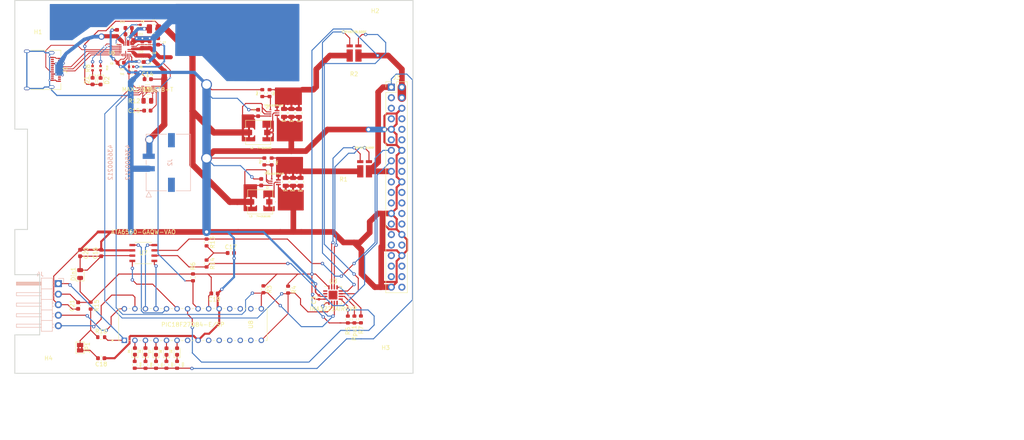
<source format=kicad_pcb>
(kicad_pcb (version 20211014) (generator pcbnew)
  (layers (0 "F.Cu" signal) (31 "B.Cu" signal) (34 "B.Paste" user) (35 "F.Paste" user) (36 "B.SilkS" user "B.Silkscreen") (37 "F.SilkS" user "F.Silkscreen") (38 "B.Mask" user) (39 "F.Mask" user) (44 "Edge.Cuts" user))
  (net 0 "")
  (net 1 "GND")
  (net 2 "/ColoradoCUBE_Payload/5V")
  (net 3 "Net-(C5-Pad1)")
  (net 4 "GNDPWR")
  (net 5 "Net-(C6-Pad1)")
  (net 6 "Net-(C7-Pad1)")
  (net 7 "/charge schem/V_BAT")
  (net 8 "Net-(C9-Pad1)")
  (net 9 "Net-(C9-Pad2)")
  (net 10 "/charge schem/SYSPOWER")
  (net 11 "Net-(C11-Pad1)")
  (net 12 "Net-(C15-Pad1)")
  (net 13 "/ColoradoCUBE_Payload/CAN_Transceiver/PWR")
  (net 14 "Net-(C17-Pad1)")
  (net 15 "Net-(C18-Pad2)")
  (net 16 "Net-(D1-Pad1)")
  (net 17 "Net-(D2-Pad1)")
  (net 18 "/ColoradoCUBE_Payload/3.3V")
  (net 19 "Net-(Ca1-Pad1)")
  (net 20 "Net-(D5-Pad1)")
  (net 21 "/ColoradoCUBE_Payload/LED_1")
  (net 22 "Net-(D6-Pad1)")
  (net 23 "/ColoradoCUBE_Payload/LED_2")
  (net 24 "Net-(D7-Pad1)")
  (net 25 "/ColoradoCUBE_Payload/LED_3")
  (net 26 "Net-(D8-Pad1)")
  (net 27 "/ColoradoCUBE_Payload/LED_4")
  (net 28 "Net-(D9-Pad1)")
  (net 29 "/ColoradoCUBE_Payload/LED_5")
  (net 32 "Net-(J1-PadA5)")
  (net 33 "Net-(J1-PadA6)")
  (net 34 "Net-(J1-PadA7)")
  (net 40 "Net-(J1-PadB5)")
  (net 49 "/Interboard_connector/SPARE_1")
  (net 54 "/ColoradoCUBE_Payload/CANH")
  (net 55 "/ColoradoCUBE_Payload/CANL")
  (net 59 "/Interboard_connector/5V0_3")
  (net 61 "/Interboard_connector/5V0_4")
  (net 71 "/Interboard_connector/5V0_5")
  (net 75 "/ColoradoCUBE_Payload/MCLR")
  (net 76 "/ColoradoCUBE_Payload/ICSPD")
  (net 77 "/ColoradoCUBE_Payload/ICSPC")
  (net 78 "Net-(JP1-Pad1)")
  (net 79 "Net-(R1-Pad2)")
  (net 80 "Net-(R1-Pad3)")
  (net 81 "Net-(R2-Pad2)")
  (net 82 "Net-(R2-Pad3)")
  (net 83 "/converterschematic/CRT")
  (net 84 "/converterschematic/WRN")
  (net 85 "/converterschematic/TC")
  (net 86 "Net-(R8-Pad2)")
  (net 87 "Net-(R9-Pad1)")
  (net 88 "Net-(R10-Pad2)")
  (net 89 "Net-(R11-Pad2)")
  (net 90 "/converterschematic/PV")
  (net 91 "Net-(Cb1-Pad1)")
  (net 92 "Net-(L2-Pad1)")
  (net 93 "Net-(L3-Pad1)")
  (net 94 "Net-(Ra1-Pad2)")
  (net 95 "Net-(Rb1-Pad2)")
  (net 100 "/ColoradoCUBE_Payload/CAN_Transceiver/CAN_TX")
  (net 101 "/ColoradoCUBE_Payload/CAN_Transceiver/CAN_RX")
  (net 102 "/ColoradoCUBE_Payload/CAN_Transceiver/NSIL")
  (net 103 "/ColoradoCUBE_Payload/CAN_Transceiver/STBY")
  (net 105 "/ColoradoCUBE_Payload/CRT")
  (net 107 "/ColoradoCUBE_Payload/ALRT")
  (net 116 "/ColoradoCUBE_Payload/SCL_RC3")
  (net 117 "/ColoradoCUBE_Payload/SDA_RC4")
  (footprint "Resistor_SMD:R_0402_1005Metric" (layer "F.Cu") (at 66.296 70.612)
    (fp_text reference "R9")
    (fp_text value "24.9k")
  )
  (footprint "Capacitor_SMD:C_0603_1608Metric" (layer "F.Cu") (at 58.42 142.24 180)
    (fp_text reference "C18")
    (fp_text value "0.1uF")
  )
  (footprint "Connector_USB:USB_C_Receptacle_Amphenol_12401610E4-2A" (layer "F.Cu") (at 43.3324 72.644 -90)
    (fp_text reference "J1")
    (fp_text value "USB_C_Receptacle")
  )
  (footprint "footprints:TPS61022RWUR" (layer "F.Cu") (at 100.5 99.75 180)
    (fp_text reference "U2")
    (fp_text value "TPS61022RWUR")
  )
  (footprint "Capacitor_SMD:C_0603_1608Metric" (layer "F.Cu") (at 97 99.75 90)
    (fp_text reference "C2")
    (fp_text value "10uF")
  )
  (footprint "Resistor_SMD:R_0603_1608Metric" (layer "F.Cu") (at 99 78.25 -90)
    (fp_text reference "Ra1")
    (fp_text value "732K")
  )
  (footprint "Resistor_SMD:R_0603_1608Metric" (layer "F.Cu") (at 74.14 143.82 -90)
    (fp_text reference "R22")
    (fp_text value "330")
  )
  (footprint "LED_SMD:LED_0603_1608Metric" (layer "F.Cu") (at 69.09 140.58 90)
    (fp_text reference "D6")
    (fp_text value "GREEN")
  )
  (footprint "Capacitor_SMD:C_0603_1608Metric" (layer "F.Cu") (at 68.6308 69.9646 -90)
    (fp_text reference "C8")
    (fp_text value "10uF")
  )
  (footprint "footprints1:744316100" (layer "F.Cu") (at 96.75 104.5 180)
    (fp_text reference "L3")
    (fp_text value "744316100")
  )
  (footprint "Package_DFN_QFN:Texas_RGV_S-PVQFN-N16_EP2.1x2.1mm" (layer "F.Cu") (at 114.3 127)
    (fp_text reference "U3")
    (fp_text value "INA3221AIRGVR")
  )
  (footprint "ata6560:ATA6560-GAQW-VAO" (layer "F.Cu") (at 68.58 116.84)
    (fp_text reference "U7")
    (fp_text value "ATA6560-GAQW-VAO")
  )
  (footprint "Capacitor_SMD:C_0603_1608Metric" (layer "F.Cu") (at 65.037 62.5348)
    (fp_text reference "C13")
    (fp_text value "22uF")
  )
  (footprint "Capacitor_SMD:C_0805_2012Metric" (layer "F.Cu") (at 102.5 83.025 -90)
    (fp_text reference "Ca1")
    (fp_text value "22uF")
  )
  (footprint "Resistor_SMD:R_0603_1608Metric" (layer "F.Cu") (at 80.55 122.725 -90)
    (fp_text reference "R6")
    (fp_text value "10kΩ")
  )
  (footprint "Capacitor_SMD:C_0603_1608Metric" (layer "F.Cu") (at 62.23 63.754 90)
    (fp_text reference "C5")
    (fp_text value "2.2uF")
  )
  (footprint "Resistor_SMD:R_0402_1005Metric" (layer "F.Cu") (at 58.2676 72.2376 90)
    (fp_text reference "R10")
    (fp_text value "1k")
  )
  (footprint "Capacitor_SMD:C_0805_2012Metric" (layer "F.Cu") (at 106.475 99.675 -90)
    (fp_text reference "Cb3")
    (fp_text value "5uF")
  )
  (footprint "footprints1:744316100" (layer "F.Cu") (at 96.25 87.75 180)
    (fp_text reference "L2")
    (fp_text value "744316100")
  )
  (footprint "Capacitor_SMD:C_0603_1608Metric" (layer "F.Cu") (at 69.55 82.475 180)
    (fp_text reference "C15")
    (fp_text value "0.47uF")
  )
  (footprint "MountingHole:MountingHole_3mm" (layer "F.Cu") (at 121.442 141.73)
    (fp_text reference "H3")
    (fp_text value "3mm_Mounting_Hole")
  )
  (footprint "Capacitor_SMD:C_0603_1608Metric" (layer "F.Cu") (at 52.8574 129.54 90)
    (fp_text reference "C21")
    (fp_text value "0.1uF")
  )
  (footprint "Resistor_SMD:R_0603_1608Metric" (layer "F.Cu") (at 97.75 94.75 90)
    (fp_text reference "Rb2")
    (fp_text value "100k")
  )
  (footprint "Resistor_SMD:R_0603_1608Metric" (layer "F.Cu") (at 69.1 143.83 -90)
    (fp_text reference "R20")
    (fp_text value "330")
  )
  (footprint "Resistor_SMD:R_0603_1608Metric" (layer "F.Cu") (at 58.42 137.16)
    (fp_text reference "R16")
    (fp_text value "200")
  )
  (footprint "LED_SMD:LED_0603_1608Metric" (layer "F.Cu") (at 58.2676 75.3872 -90)
    (fp_text reference "D2")
    (fp_text value "LED")
  )
  (footprint "LED_SMD:LED_0603_1608Metric" (layer "F.Cu") (at 76.71 140.6 90)
    (fp_text reference "D9")
    (fp_text value "YELLOW")
  )
  (footprint "Resistor_SMD:R_0603_1608Metric" (layer "F.Cu") (at 97.25 78.25 90)
    (fp_text reference "Ra2")
    (fp_text value "100k")
  )
  (footprint "Resistor_SMD:R_0603_1608Metric" (layer "F.Cu") (at 117.8814 132.8928 90)
    (fp_text reference "R5")
    (fp_text value "10kΩ")
  )
  (footprint "Resistor_SMD:R_0603_1608Metric" (layer "F.Cu") (at 55.88 129.54 -90)
    (fp_text reference "R15")
    (fp_text value "10k")
  )
  (footprint "Resistor_SMD:R_0603_1608Metric" (layer "F.Cu") (at 66.5 143.82 -90)
    (fp_text reference "R19")
    (fp_text value "330")
  )
  (footprint "Resistor_SMD:R_0603_1608Metric" (layer "F.Cu") (at 76.71 143.82 -90)
    (fp_text reference "R23")
    (fp_text value "330")
  )
  (footprint "Resistor_SMD:R_0805_2012Metric" (layer "F.Cu") (at 69.5452 80.1116)
    (fp_text reference "R12")
    (fp_text value "0.010")
  )
  (footprint "Connector_PinHeader_2.54mm:PinHeader_2x20_P2.54mm_Vertical" (layer "F.Cu") (at 128.362 76.825)
    (fp_text reference "J3")
    (fp_text value "Conn_02x20_Odd_Even")
  )
  (footprint "Resistor_SMD:R_0603_1608Metric" (layer "F.Cu") (at 121.031 132.8674 90)
    (fp_text reference "R7")
    (fp_text value "10kΩ")
  )
  (footprint "Capacitor_SMD:C_0603_1608Metric" (layer "F.Cu") (at 68.326 66.548 90)
    (fp_text reference "C12")
    (fp_text value "10uF")
  )
  (footprint "max17055 smd:MAX17055ETB&plus_T" (layer "F.Cu") (at 69.6214 77.3938)
    (fp_text reference "U6")
    (fp_text value "MAX17055ETB+T")
  )
  (footprint "pic18f27:PIC18F27Q84-E&slash_SP" (layer "F.Cu") (at 64.008 137.922 90)
    (fp_text reference "U8")
    (fp_text value "PIC18F27Q84-E/SP")
  )
  (footprint "Resistor_SMD:R_0603_1608Metric" (layer "F.Cu") (at 83.82 119.38 -90)
    (fp_text reference "R14")
    (fp_text value "60")
  )
  (footprint "max77757:IC_MAX77757JEFG435+" (layer "F.Cu") (at 64.516 67.564)
    (fp_text reference "U5")
    (fp_text value "MAX77757JEFG435+")
  )
  (footprint "MountingHole:MountingHole_3mm" (layer "F.Cu") (at 41.742 60.03)
    (fp_text reference "H1")
    (fp_text value "3mm_Mounting_Hole")
  )
  (footprint "Capacitor_SMD:C_0603_1608Metric" (layer "F.Cu") (at 89.675 116.84)
    (fp_text reference "C17")
    (fp_text value "4.7nF")
  )
  (footprint "Resistor_SMD:R_0603_1608Metric" (layer "F.Cu") (at 65.9384 73.2536)
    (fp_text reference "TH1")
    (fp_text value "10k")
  )
  (footprint "Resistor_SMD:R_0603_1608Metric" (layer "F.Cu") (at 103.475 125.675 -90)
    (fp_text reference "R4")
    (fp_text value "10kΩ")
  )
  (footprint "Capacitor_SMD:C_0805_2012Metric" (layer "F.Cu") (at 104.675 99.675 -90)
    (fp_text reference "Cb2")
    (fp_text value "5uF")
  )
  (footprint "MountingHole:MountingHole_3mm" (layer "F.Cu") (at 41.742 141.73)
    (fp_text reference "H4")
    (fp_text value "3mm_Mounting_Hole")
  )
  (footprint "Capacitor_SMD:C_0402_1005Metric" (layer "F.Cu") (at 67.89 62.25 -90)
    (fp_text reference "C9")
    (fp_text value "0.1uF")
  )
  (footprint "Resistor_SMD:R_0402_1005Metric" (layer "F.Cu") (at 65.6336 71.882 180)
    (fp_text reference "R11")
    (fp_text value "10k")
  )
  (footprint "Capacitor_SMD:C_0603_1608Metric" (layer "F.Cu") (at 70.104 66.548 90)
    (fp_text reference "C10")
    (fp_text value "10uF")
  )
  (footprint "Capacitor_SMD:C_0805_2012Metric" (layer "F.Cu") (at 104.275 83.025 -90)
    (fp_text reference "Ca2")
    (fp_text value "22uF")
  )
  (footprint "Resistor_SMD:R_0402_1005Metric" (layer "F.Cu") (at 56.3372 72.2376 90)
    (fp_text reference "R8")
    (fp_text value "1k")
  )
  (footprint "Capacitor_SMD:C_0603_1608Metric" (layer "F.Cu") (at 65.037 64.0588)
    (fp_text reference "C11")
    (fp_text value "10uF")
  )
  (footprint "Resistor_SMD:R_0603_1608Metric" (layer "F.Cu") (at 97.525 125.6 -90)
    (fp_text reference "R3")
    (fp_text value "10kΩ")
  )
  (footprint "MountingHole:MountingHole_3mm" (layer "F.Cu") (at 121.442 60.03)
    (fp_text reference "H2")
    (fp_text value "3mm_Mounting_Hole")
  )
  (footprint "psf4nt:PSF4NTEBL500F" (layer "F.Cu") (at 121.92 96.52)
    (fp_text reference "R1")
    (fp_text value "PSF4NTEBL500F")
  )
  (footprint "Jumper:SolderJumper-2_P1.3mm_Bridged2Bar_Pad1.0x1.5mm" (layer "F.Cu") (at 53.34 139.7 -90)
    (fp_text reference "JP1")
    (fp_text value "SolderJumper_2_Open")
  )
  (footprint "Resistor_SMD:R_0603_1608Metric" (layer "F.Cu") (at 119.4562 132.8928 90)
    (fp_text reference "Rpu1")
    (fp_text value "10kΩ")
  )
  (footprint "Capacitor_SMD:C_0603_1608Metric" (layer "F.Cu") (at 58.42 116.84 90)
    (fp_text reference "C16")
    (fp_text value "100nF")
  )
  (footprint "psf4nt:PSF4NTEBL500F" (layer "F.Cu") (at 119.38 68.58)
    (fp_text reference "R2")
    (fp_text value "PSF4NTEBL500F")
  )
  (footprint "LED_SMD:LED_0603_1608Metric" (layer "F.Cu") (at 66.55 140.58 90)
    (fp_text reference "D5")
    (fp_text value "RED")
  )
  (footprint "Capacitor_SMD:C_0603_1608Metric" (layer "F.Cu") (at 53.34 116.84 -90)
    (fp_text reference "C20")
    (fp_text value "22uF")
  )
  (footprint "Capacitor_SMD:C_0603_1608Metric" (layer "F.Cu") (at 96.25 83.04 90)
    (fp_text reference "C1")
    (fp_text value "10uF")
  )
  (footprint "Capacitor_SMD:C_0603_1608Metric" (layer "F.Cu") (at 63.1314 70.9168 180)
    (fp_text reference "C6")
    (fp_text value "2.2uF")
  )
  (footprint "Capacitor_SMD:C_0603_1608Metric" (layer "F.Cu") (at 85.73 126.6 180)
    (fp_text reference "C19")
    (fp_text value "0.1uF")
  )
  (footprint "LED_SMD:LED_0603_1608Metric" (layer "F.Cu") (at 71.63 140.61 90)
    (fp_text reference "D7")
    (fp_text value "YELLOW")
  )
  (footprint "Capacitor_SMD:C_0402_1005Metric" (layer "F.Cu") (at 110.925 127.525 90)
    (fp_text reference "C3")
    (fp_text value "0.1μF")
  )
  (footprint "Capacitor_SMD:C_0805_2012Metric" (layer "F.Cu") (at 102.9 99.675 -90)
    (fp_text reference "Cb1")
    (fp_text value "5uF")
  )
  (footprint "Capacitor_SMD:C_0805_2012Metric" (layer "F.Cu") (at 106.075 83.05 -90)
    (fp_text reference "Ca3")
    (fp_text value "22uF")
  )
  (footprint "Resistor_SMD:R_0603_1608Metric" (layer "F.Cu") (at 71.64 143.83 -90)
    (fp_text reference "R21")
    (fp_text value "330")
  )
  (footprint "LED_SMD:LED_0603_1608Metric" (layer "F.Cu") (at 56.3372 75.3617 -90)
    (fp_text reference "D1")
    (fp_text value "LED")
  )
  (footprint "Capacitor_SMD:C_0603_1608Metric" (layer "F.Cu") (at 69.6468 74.8792 180)
    (fp_text reference "C14")
    (fp_text value "0.1uF")
  )
  (footprint "footprints:TPS61022RWUR" (layer "F.Cu") (at 100.19 83.04 180)
    (fp_text reference "U1")
    (fp_text value "TPS61022RWUR")
  )
  (footprint "Inductor_SMD:L_1008_2520Metric" (layer "F.Cu") (at 71.12 62.738)
    (fp_text reference "L1")
    (fp_text value ".47uH")
  )
  (footprint "LED_SMD:LED_0603_1608Metric" (layer "F.Cu") (at 74.16 140.62 90)
    (fp_text reference "D8")
    (fp_text value "YELLOW")
  )
  (footprint "Resistor_SMD:R_0603_1608Metric" (layer "F.Cu") (at 83.82 114.3 -90)
    (fp_text reference "R13")
    (fp_text value "60")
  )
  (footprint "Diode_SMD:D_0805_2012Metric" (layer "F.Cu") (at 53.34 121.92 90)
    (fp_text reference "Din1")
    (fp_text value "DIODE")
  )
  (footprint "Capacitor_SMD:C_0603_1608Metric" (layer "F.Cu") (at 72.136 65.786 90)
    (fp_text reference "C7")
    (fp_text value "2.2uF")
  )
  (footprint "Resistor_SMD:R_0603_1608Metric" (layer "F.Cu") (at 99.5 94.75 -90)
    (fp_text reference "Rb1")
    (fp_text value "453k")
  )
  (footprint "Connector_PinHeader_2.54mm:PinHeader_1x05_P2.54mm_Horizontal" (layer "B.Cu") (at 48.088 124.2368 180)
    (fp_text reference "J4")
    (fp_text value "Conn_01x05_90deg")
  )
  (footprint "molex connector:436500212" (layer "B.Cu") (at 75 95 -90)
    (fp_text reference "J2")
    (fp_text value "436500212")
  )
  (gr_line (start 37.592 136.6) (end 43.592 136.6) (layer "Edge.Cuts") (width 0.2))
  (gr_line locked (start 37.592 122.075) (end 37.592 111.17) (layer "Edge.Cuts") (width 0.2))
  (gr_line (start 40.64 86.95) (end 40.64 111.17) (layer "Edge.Cuts") (width 0.2))
  (gr_line (start 37.592 86.95) (end 37.592 55.88) (layer "Edge.Cuts") (width 0.2))
  (gr_line (start 133.592 55.88) (end 133.592 145.88) (layer "Edge.Cuts") (width 0.2))
  (gr_line (start 37.592 145.88) (end 133.592 145.88) (layer "Edge.Cuts") (width 0.2))
  (gr_line (start 37.592 122.075) (end 43.592 122.075) (layer "Edge.Cuts") (width 0.2))
  (gr_line (start 43.592 122.075) (end 43.592 136.6) (layer "Edge.Cuts") (width 0.2))
  (gr_line (start 37.592 111.17) (end 40.64 111.17) (layer "Edge.Cuts") (width 0.2))
  (gr_line (start 37.592 86.95) (end 40.64 86.95) (layer "Edge.Cuts") (width 0.2))
  (gr_line (start 37.592 55.88) (end 133.592 55.88) (layer "Edge.Cuts") (width 0.2))
  (gr_line locked (start 37.592 145.88) (end 37.592 136.6) (layer "Edge.Cuts") (width 0.2))
  (segment (start 68.106199 78.193801) (end 67.8 78.5) (width 0.2) (layer "F.Cu") (net 1))
  (segment (start 122.85 87.04) (end 112.96 87.04) (width 1.36703) (layer "F.Cu") (net 1))
  (segment (start 125.9285 107.3115) (end 125.935 107.305) (width 0.5) (layer "F.Cu") (net 1))
  (segment (start 130.902 81.905) (end 129.727489 83.079511) (width 0.5) (layer "F.Cu") (net 1))
  (segment (start 132.1562 113.544111) (end 132.1562 116.275089) (width 0.5) (layer "F.Cu") (net 1))
  (segment (start 126.175 123.825) (end 125.9285 124.0715) (width 0.5) (layer "F.Cu") (net 1))
  (segment (start 129.5404 88.1634) (end 128.362 86.985) (width 0.5) (layer "F.Cu") (net 1))
  (segment (start 65.458911 136.866089) (end 80.732089 136.866089) (width 0.5) (layer "F.Cu") (net 1))
  (segment (start 128.362 107.305) (end 129.536511 106.130489) (width 0.5) (layer "F.Cu") (net 1))
  (segment (start 97.75 93.925) (end 83.875 93.925) (width 0.25) (layer "F.Cu") (net 1))
  (segment (start 67.8 78.5) (end 67.625 78.675) (width 0.2) (layer "F.Cu") (net 1))
  (segment (start 125.9285 115.3207) (end 125.9285 124.0715) (width 1.36703) (layer "F.Cu") (net 1))
  (segment (start 130.902 92.065) (end 129.536511 90.699511) (width 0.5) (layer "F.Cu") (net 1))
  (segment (start 124.385 125.085) (end 121.15 121.85) (width 1.36703) (layer "F.Cu") (net 1))
  (segment (start 129.6162 90.7034) (end 129.6162 88.1634) (width 0.5) (layer "F.Cu") (net 1))
  (segment (start 95.225 98.975) (end 94.75 98.5) (width 0.25) (layer "F.Cu") (net 1))
  (segment (start 104.25 92.25) (end 85.55 92.25) (width 1.36703) (layer "F.Cu") (net 1))
  (segment (start 65.54 111.76) (end 83.82 111.76) (width 1.36703) (layer "F.Cu") (net 1))
  (segment (start 60.75 111.76) (end 61.48 111.76) (width 0.5) (layer "F.Cu") (net 1))
  (segment (start 129.644655 101.012744) (end 131.010144 99.647255) (width 0.5) (layer "F.Cu") (net 1))
  (segment (start 110.094549 125.441515) (end 110.094549 126.325149) (width 0.34) (layer "F.Cu") (net 1))
  (segment (start 125.9285 124.0715) (end 125.9285 124.9715) (width 1.36703) (layer "F.Cu") (net 1))
  (segment (start 86.868 130.302) (end 86.868 133.882) (width 0.5) (layer "F.Cu") (net 1))
  (segment (start 126.235 107.305) (end 125.935 107.305) (width 0.781437) (layer "F.Cu") (net 1))
  (segment (start 61.38 69.98) (end 61.4196 69.98) (width 0.5) (layer "F.Cu") (net 1))
  (segment (start 101.6 111.76) (end 91.44 111.76) (width 1.36703) (layer "F.Cu") (net 1))
  (segment (start 58.42 114.09) (end 60.75 111.76) (width 0.5) (layer "F.Cu") (net 1))
  (segment (start 62.34488 70.87812) (end 63.1444 70.0786) (width 0.2) (layer "F.Cu") (net 1))
  (segment (start 62.3564 71.1164) (end 63.12 71.88) (width 0.5) (layer "F.Cu") (net 1))
  (segment (start 126.235 107.305) (end 126.23 107.31) (width 0.781437) (layer "F.Cu") (net 1))
  (segment (start 86.505 129.939) (end 86.868 130.302) (width 0.5) (layer "F.Cu") (net 1))
  (segment (start 110.8144 127.045) (end 110.094549 126.325149) (width 0.25) (layer "F.Cu") (net 1))
  (segment (start 129.727489 98.510489) (end 130.902 99.685) (width 0.5) (layer "F.Cu") (net 1))
  (segment (start 68.4276 78.193801) (end 68.4276 79.1474) (width 0.2) (layer "F.Cu") (net 1))
  (segment (start 121.15 121.85) (end 121.15 119.18) (width 1.36703) (layer "F.Cu") (net 1))
  (segment (start 129.7327 116.205) (end 126.8128 116.205) (width 0.5) (layer "F.Cu") (net 1))
  (segment (start 127.4064 90.7796) (end 129.583105 90.7796) (width 0.5) (layer "F.Cu") (net 1))
  (segment (start 80.732089 136.866089) (end 81.788 137.922) (width 0.5) (layer "F.Cu") (net 1))
  (segment (start 83.82 111.76) (end 91.44 111.76) (width 1.36703) (layer "F.Cu") (net 1))
  (segment (start 85.045 77.425) (end 83.82 76.2) (width 0.25) (layer "F.Cu") (net 1))
  (segment (start 128.362 107.305) (end 126.685 107.305) (width 1.36703) (layer "F.Cu") (net 1))
  (segment (start 125.815 125.085) (end 124.385 125.085) (width 1.36703) (layer "F.Cu") (net 1))
  (segment (start 126.8128 116.205) (end 126.246 115.6382) (width 0.5) (layer "F.Cu") (net 1))
  (segment (start 87.49 125.6) (end 87.49 125.615) (width 0.25) (layer "F.Cu") (net 1))
  (segment (start 65.2526 137.0724) (end 65.458911 136.866089) (width 0.5) (layer "F.Cu") (net 1))
  (segment (start 65.55 82.475) (end 68.775 82.475) (width 0.25) (layer "F.Cu") (net 1))
  (segment (start 94.015 82.265) (end 94 82.25) (width 0.25) (layer "F.Cu") (net 1))
  (segment (start 61.06 63.05) (end 62.159 63.05) (width 0.5) (layer "F.Cu") (net 1))
  (segment (start 58.42 116.065) (end 53.34 116.065) (width 0.5) (layer "F.Cu") (net 1))
  (segment (start 62.3564 70.9168) (end 62.3564 71.1164) (width 0.5) (layer "F.Cu") (net 1))
  (segment (start 126.665 109.80901) (end 126.665 107.325) (width 0.5) (layer "F.Cu") (net 1))
  (segment (start 47.6826 75.394) (end 47.4326 75.144) (width 0.25) (layer "F.Cu") (net 1))
  (segment (start 61.653054 142.24) (end 65.2526 138.640454) (width 0.5) (layer "F.Cu") (net 1))
  (segment (start 126.685 107.305) (end 126.235 107.305) (width 0.781437) (layer "F.Cu") (net 1))
  (segment (start 46.184 69.644) (end 45.97 69.43) (width 0.2) (layer "F.Cu") (net 1))
  (segment (start 84.425 136.325) (end 83.385 136.325) (width 0.5) (layer "F.Cu") (net 1))
  (segment (start 87.49 125.615) (end 86.505 126.6) (width 0.5) (layer "F.Cu") (net 1))
  (segment (start 68.8718 74.8792) (end 68.8718 74.2718) (width 0.25) (layer "F.Cu") (net 1))
  (segment (start 90.45 118.12) (end 90.46 118.13) (width 0.25) (layer "F.Cu") (net 1))
  (segment (start 112.96 87.04) (end 107.75 92.25) (width 1.36703) (layer "F.Cu") (net 1))
  (segment (start 126.745 86.985) (end 126.69 87.04) (width 0.5) (layer "F.Cu") (net 1))
  (segment (start 127.2794 83.185) (end 126.69 83.7744) (width 0.5) (layer "F.Cu") (net 1))
  (segment (start 123.15 111.91) (end 120.76 114.3) (width 1.36703) (layer "F.Cu") (net 1))
  (segment (start 121.15 116.07) (end 119.38 114.3) (width 1.36703) (layer "F.Cu") (net 1))
  (segment (start 47.548961 69.854479) (end 47.338482 69.644) (width 0.2) (layer "F.Cu") (net 1))
  (segment (start 130.902 92.065) (end 129.727489 90.890489) (width 0.5) (layer "F.Cu") (net 1))
  (segment (start 70.8152 78.193801) (end 70.8152 79.7541) (width 0.2) (layer "F.Cu") (net 1))
  (segment (start 104.74 111.76) (end 106.68 111.76) (width 1.36703) (layer "F.Cu") (net 1))
  (segment (start 101.6 111.76) (end 104.74 111.76) (width 1.36703) (layer "F.Cu") (net 1))
  (segment (start 116.84 114.3) (end 119.38 114.3) (width 1.36703) (layer "F.Cu") (net 1))
  (segment (start 51.435 130.3782) (end 52.7942 130.3782) (width 0.25) (layer "F.Cu") (net 1))
  (segment (start 129.6416 118.8212) (end 129.6416 123.8584) (width 0.5) (layer "F.Cu") (net 1))
  (segment (start 111.205 127.325) (end 110.925 127.045) (width 0.25) (layer "F.Cu") (net 1))
  (segment (start 126.23 107.31) (end 126.23 115.6222) (width 1.36703) (layer "F.Cu") (net 1))
  (segment (start 128.362 125.085) (end 125.815 125.085) (width 1.36703) (layer "F.Cu") (net 1))
  (segment (start 129.6082 123.825) (end 126.175 123.825) (width 0.5) (layer "F.Cu") (net 1))
  (segment (start 64.3128 69.6214) (end 63.8556 70.0786) (width 0.2) (layer "F.Cu") (net 1))
  (segment (start 97 98.975) (end 95.225 98.975) (width 0.25) (layer "F.Cu") (net 1))
  (segment (start 126.69 90.0632) (end 127.4064 90.7796) (width 0.5) (layer "F.Cu") (net 1))
  (segment (start 125.9285 124.9715) (end 125.815 125.085) (width 1.36703) (layer "F.Cu") (net 1))
  (segment (start 46.6524 75.144) (end 45.996 75.144) (width 0.25) (layer "F.Cu") (net 1))
  (segment (start 130.902 81.905) (end 129.536511 83.270489) (width 0.5) (layer "F.Cu") (net 1))
  (segment (start 104.74 111.76) (end 104.74 106.26) (width 1.36703) (layer "F.Cu") (net 1))
  (segment (start 86.505 126.6) (end 86.505 129.939) (width 0.5) (layer "F.Cu") (net 1))
  (segment (start 50.3736 129.3168) (end 51.435 130.3782) (width 0.25) (layer "F.Cu") (net 1))
  (segment (start 129.633905 83.185) (end 127.2794 83.185) (width 0.5) (layer "F.Cu") (net 1))
  (segment (start 45.996 75.144) (end 45.98 75.16) (width 0.25) (layer "F.Cu") (net 1))
  (segment (start 126.69 83.7744) (end 126.69 87.04) (width 0.5) (layer "F.Cu") (net 1))
  (segment (start 83.385 136.325) (end 81.788 137.922) (width 0.5) (layer "F.Cu") (net 1))
  (segment (start 86.868 133.882) (end 84.425 136.325) (width 0.5) (layer "F.Cu") (net 1))
  (segment (start 110.925 127.045) (end 110.8144 127.045) (width 0.25) (layer "F.Cu") (net 1))
  (segment (start 57.645 111.76) (end 62.185 111.76) (width 0.7) (layer "F.Cu") (net 1))
  (segment (start 62.159 63.05) (end 62.23 62.979) (width 0.5) (layer "F.Cu") (net 1))
  (segment (start 129.6416 111.2012) (end 129.6416 108.6612) (width 0.5) (layer "F.Cu") (net 1))
  (segment (start 129.727489 108.670489) (end 128.362 107.305) (width 0.5) (layer "F.Cu") (net 1))
  (segment (start 68.4276 79.9065) (end 68.6327 80.1116) (width 0.2) (layer "F.Cu") (net 1))
  (segment locked (start 48.391921 69.854479) (end 48.3524 69.894) (width 0.2) (layer "F.Cu") (net 1))
  (segment (start 66.806 70.612) (end 67.54 70.612) (width 0.6) (layer "F.Cu") (net 1))
  (segment (start 120.76 114.3) (end 119.38 114.3) (width 1.36703) (layer "F.Cu") (net 1))
  (segment (start 104.25 92.25) (end 104.25 89.25) (width 1.36703) (layer "F.Cu") (net 1))
  (segment (start 46.967489 122.437511) (end 53.34 116.065) (width 0.25) (layer "F.Cu") (net 1))
  (segment (start 63.16512 70.0786) (end 63.7794 70.0786) (width 0.2) (layer "F.Cu") (net 1))
  (segment (start 58.42 116.065) (end 58.42 114.09) (width 0.5) (layer "F.Cu") (net 1))
  (segment (start 67.625 78.675) (end 65.575 78.675) (width 0.2) (layer "F.Cu") (net 1))
  (segment (start 129.6162 88.1634) (end 129.5404 88.1634) (width 0.5) (layer "F.Cu") (net 1))
  (segment (start 112.4375 127.325) (end 111.205 127.325) (width 0.25) (layer "F.Cu") (net 1))
  (segment (start 130.902 112.385) (end 132.076511 113.559511) (width 0.5) (layer "F.Cu") (net 1))
  (segment (start 127.802339 111.114539) (end 126.40086 109.71306) (width 0.5) (layer "F.Cu") (net 1))
  (segment (start 114.3 111.76) (end 116.84 114.3) (width 1.36703) (layer "F.Cu") (net 1))
  (segment (start 53.34 116.065) (end 57.645 111.76) (width 0.5) (layer "F.Cu") (net 1))
  (segment (start 69.2976 77.324) (end 69.2976 77.317682) (width 0.25) (layer "F.Cu") (net 1))
  (segment (start 83.875 93.925) (end 83.82 93.98) (width 0.25) (layer "F.Cu") (net 1))
  (segment (start 129.6416 83.1596) (end 129.6416 85.7054) (width 0.5) (layer "F.Cu") (net 1))
  (segment (start 129.6416 106.1212) (end 129.6416 101.0412) (width 0.5) (layer "F.Cu") (net 1))
  (segment (start 106.68 111.76) (end 114.3 111.76) (width 1.36703) (layer "F.Cu") (net 1))
  (segment (start 85.55 92.25) (end 83.82 93.98) (width 1.36703) (layer "F.Cu") (net 1))
  (segment (start 129.49921 111.125) (end 127.8382 111.125) (width 0.5) (layer "F.Cu") (net 1))
  (segment (start 125.9285 115.3207) (end 125.9285 107.3115) (width 0.5) (layer "F.Cu") (net 1))
  (segment (start 104.74 106.26) (end 104.75 106.25) (width 0.781437) (layer "F.Cu") (net 1))
  (segment (start 126.246 115.6382) (end 125.9285 115.3207) (width 0.5) (layer "F.Cu") (net 1))
  (segment (start 65.9257 116.205) (end 58.56 116.205) (width 0.5) (layer "F.Cu") (net 1))
  (segment (start 59.195 142.24) (end 61.653054 142.24) (width 0.5) (layer "F.Cu") (net 1))
  (segment (start 129.6416 123.8584) (end 129.6082 123.825) (width 0.5) (layer "F.Cu") (net 1))
  (segment (start 125.935 107.305) (end 125.145 107.305) (width 1.36703) (layer "F.Cu") (net 1))
  (segment (start 121.15 119.18) (end 121.15 116.07) (width 1.36703) (layer "F.Cu") (net 1))
  (segment (start 129.644655 118.792744) (end 131.010144 117.427255) (width 0.5) (layer "F.Cu") (net 1))
  (segment (start 130.902 92.065) (end 129.727489 93.239511) (width 0.5) (layer "F.Cu") (net 1))
  (segment (start 46.967489 128.196289) (end 46.967489 122.437511) (width 0.25) (layer "F.Cu") (net 1))
  (segment (start 48.391921 69.854479) (end 47.548961 69.854479) (width 0.2) (layer "F.Cu") (net 1))
  (segment (start 96.25 82.265) (end 94.015 82.265) (width 0.25) (layer "F.Cu") (net 1))
  (segment (start 61.48 111.76) (end 62.185 111.76) (width 0.7) (layer "F.Cu") (net 1))
  (segment (start 48.088 129.3168) (end 46.967489 128.196289) (width 0.25) (layer "F.Cu") (net 1))
  (segment (start 47.4326 75.144) (end 46.6524 75.144) (width 0.25) (layer "F.Cu") (net 1))
  (segment (start 47.338482 69.644) (end 46.6524 69.644) (width 0.2) (layer "F.Cu") (net 1))
  (segment (start 128.467089 125.085) (end 129.6416 123.910489) (width 0.5) (layer "F.Cu") (net 1))
  (segment (start 126.665 107.325) (end 126.685 107.305) (width 0.5) (layer "F.Cu") (net 1))
  (segment (start 126.23 115.6222) (end 126.246 115.6382) (width 0.5) (layer "F.Cu") (net 1))
  (segment (start 129.6416 93.239511) (end 129.6416 98.510489) (width 0.5) (layer "F.Cu") (net 1))
  (segment (start 68.8718 74.2718) (end 67.84 73.24) (width 0.25) (layer "F.Cu") (net 1))
  (segment (start 97.25 77.425) (end 85.045 77.425) (width 0.25) (layer "F.Cu") (net 1))
  (segment (start 66.7634 73.2536) (end 67.8264 73.2536) (width 0.25) (layer "F.Cu") (net 1))
  (segment (start 126.69 87.04) (end 126.69 90.0632) (width 0.5) (layer "F.Cu") (net 1))
  (segment (start 48.088 129.3168) (end 50.3736 129.3168) (width 0.25) (layer "F.Cu") (net 1))
  (segment (start 125.145 107.305) (end 123.15 109.3) (width 1.36703) (layer "F.Cu") (net 1))
  (segment (start 68.4276 79.1474) (end 68.4276 79.9065) (width 0.2) (layer "F.Cu") (net 1))
  (segment (start 110.094549 125.441515) (end 110.094549 124.309951) (width 0.34) (layer "F.Cu") (net 1))
  (segment (start 70.8152 79.7541) (end 70.4577 80.1116) (width 0.25) (layer "F.Cu") (net 1))
  (segment (start 130.902 117.465) (end 129.727489 116.290489) (width 0.5) (layer "F.Cu") (net 1))
  (segment (start 48.3524 75.394) (end 47.6826 75.394) (width 0.25) (layer "F.Cu") (net 1))
  (segment (start 68.4276 78.193801) (end 68.106199 78.193801) (width 0.2) (layer "F.Cu") (net 1))
  (segment (start 67.8264 73.2536) (end 67.84 73.24) (width 0.25) (layer "F.Cu") (net 1))
  (segment (start 123.15 109.3) (end 123.15 111.91) (width 1.36703) (layer "F.Cu") (net 1))
  (segment (start 90.45 116.84) (end 90.45 118.12) (width 0.25) (layer "F.Cu") (net 1))
  (segment (start 129.6416 85.7054) (end 128.362 86.985) (width 0.5) (layer "F.Cu") (net 1))
  (segment (start 107.75 92.25) (end 104.25 92.25) (width 1.36703) (layer "F.Cu") (net 1))
  (segment (start 58.56 116.205) (end 58.42 116.065) (width 0.5) (layer "F.Cu") (net 1))
  (segment (start 65.2526 138.640454) (end 65.2526 137.0724) (width 0.5) (layer "F.Cu") (net 1))
  (segment (start 130.902 112.385) (end 129.727489 111.210489) (width 0.5) (layer "F.Cu") (net 1))
  (segment (start 62.185 111.76) (end 65.54 111.76) (width 1.36703) (layer "F.Cu") (net 1))
  (segment (start 61.4196 69.98) (end 62.3564 70.9168) (width 0.5) (layer "F.Cu") (net 1))
  (segment (start 128.362 86.985) (end 126.745 86.985) (width 0.5) (layer "F.Cu") (net 1))
  (segment (start 46.6524 69.644) (end 46.184 69.644) (width 0.2) (layer "F.Cu") (net 1))
  (segment (start 64.3128 69.0672) (end 64.3128 69.6214) (width 0.19) (layer "F.Cu") (net 1))
  (segment (start 52.7942 130.3782) (end 52.8574 130.315) (width 0.25) (layer "F.Cu") (net 1))
  (segment (start 69.6214 77.3938) (end 69.6214 77.9536) (width 0.25) (layer "F.Cu") (net 1))
  (segment (start 132.076511 116.290489) (end 130.902 117.465) (width 0.5) (layer "F.Cu") (net 1))
  (segment (start 69.6214 77.9536) (end 68.4276 79.1474) (width 0.2) (layer "F.Cu") (net 1))
  (segment (start 63.8556 70.0786) (end 63.7794 70.0786) (width 0.18) (layer "F.Cu") (net 1))
  (via (at 94.75 98.5) (size 0.8) (drill 0.4) (layers "F.Cu" "B.Cu") (net 1))
  (via (at 122.85 87.04) (size 1.1) (drill 0.781437) (layers "F.Cu" "B.Cu") (net 1))
  (via (at 61.06 63.05) (size 0.8) (drill 0.4) (layers "F.Cu" "B.Cu") (net 1))
  (via (at 45.97 69.43) (size 0.5) (drill 0.3) (layers "F.Cu" "B.Cu") (net 1))
  (via (at 90.46 118.13) (size 0.8) (drill 0.4) (layers "F.Cu" "B.Cu") (net 1))
  (via (at 83.82 76.2) (size 2.6) (drill 2.03286) (layers "F.Cu" "B.Cu") (net 1))
  (via (at 61.38 69.98) (size 0.8) (drill 0.4) (layers "F.Cu" "B.Cu") (net 1))
  (via (at 65.55 82.475) (size 0.4) (drill 0.2) (layers "F.Cu" "B.Cu") (net 1))
  (via (at 65.575 78.7) (size 0.4) (drill 0.2) (layers "F.Cu" "B.Cu") (net 1))
  (via (at 65.54 111.76) (size 0.8) (drill 0.4) (layers "F.Cu" "B.Cu") (net 1))
  (via (at 83.82 93.98) (size 2.6) (drill 2.03286) (layers "F.Cu" "B.Cu") (net 1))
  (via (at 110.094549 124.309951) (size 0.8) (drill 0.4) (layers "F.Cu" "B.Cu") (net 1))
  (via (at 63.12 71.88) (size 0.8) (drill 0.4) (layers "F.Cu" "B.Cu") (net 1))
  (via (at 45.98 75.16) (size 0.5) (drill 0.3) (layers "F.Cu" "B.Cu") (net 1))
  (via (at 83.82 111.76) (size 1.1) (drill 0.781437) (layers "F.Cu" "B.Cu") (net 1))
  (via (at 94 82.25) (size 0.8) (drill 0.4) (layers "F.Cu" "B.Cu") (net 1))
  (via (at 67.84 73.24) (size 0.8) (drill 0.4) (layers "F.Cu" "B.Cu") (net 1))
  (via (at 67.54 70.612) (size 0.8) (drill 0.6) (layers "F.Cu" "B.Cu") (net 1))
  (via (at 126.69 87.04) (size 1.1) (drill 0.781437) (layers "F.Cu" "B.Cu") (net 1))
  (via (at 87.49 125.6) (size 0.8) (drill 0.4) (layers "F.Cu" "B.Cu") (net 1))
  (segment (start 46.4424 77.5174) (end 47.74 78.815) (width 0.3) (layer "B.Cu") (net 1))
  (segment (start 40.4924 77.134) (end 44.405 77.134) (width 0.3) (layer "B.Cu") (net 1))
  (segment (start 97.544598 111.76) (end 88.93 111.76) (width 0.5) (layer "B.Cu") (net 1))
  (segment (start 44.405 77.134) (end 44.765 76.774) (width 0.3) (layer "B.Cu") (net 1))
  (segment (start 110.094549 124.309951) (end 102.112299 116.327701) (width 0.5) (layer "B.Cu") (net 1))
  (segment (start 65.1256 73.2536) (end 67.8264 73.2536) (width 0.5) (layer "B.Cu") (net 1))
  (segment (start 45.98 76.3116) (end 46.4424 76.774) (width 0.25) (layer "B.Cu") (net 1))
  (segment (start 45.98 69.44) (end 45.97 69.43) (width 0.25) (layer "B.Cu") (net 1))
  (segment (start 65.54 111.76) (end 65.54 96.285) (width 1.36703) (layer "B.Cu") (net 1))
  (segment (start 47.74 78.815) (end 65.54 78.815) (width 0.3) (layer "B.Cu") (net 1))
  (segment (start 90.45 113.28) (end 90.45 122.655) (width 0.5) (layer "B.Cu") (net 1))
  (segment (start 65.54 78.815) (end 65.54 75.54) (width 1.36703) (layer "B.Cu") (net 1))
  (segment (start 66.8528 70.6588) (end 66.806 70.612) (width 0.5) (layer "B.Cu") (net 1))
  (segment (start 67.8536 73.2536) (end 67.84 73.24) (width 0.781437) (layer "B.Cu") (net 1))
  (segment (start 85.25 79.5) (end 83.82 78.07) (width 0.25) (layer "B.Cu") (net 1))
  (segment (start 63.2968 71.882) (end 63.5508 71.882) (width 0.5) (layer "B.Cu") (net 1))
  (segment (start 66.8528 70.6628) (end 66.8528 70.6588) (width 0.5) (layer "B.Cu") (net 1))
  (segment (start 65.54 75.54) (end 66.1275 74.9525) (width 1.36703) (layer "B.Cu") (net 1))
  (segment (start 91.25 79.5) (end 85.25 79.5) (width 0.25) (layer "B.Cu") (net 1))
  (segment (start 45.98 75.16) (end 45.98 76.3116) (width 0.25) (layer "B.Cu") (net 1))
  (segment (start 92 95.75) (end 85.59 95.75) (width 0.25) (layer "B.Cu") (net 1))
  (segment (start 85.59 95.75) (end 83.82 93.98) (width 0.25) (layer "B.Cu") (net 1))
  (segment (start 80.8736 73.2536) (end 67.8536 73.2536) (width 0.781437) (layer "B.Cu") (net 1))
  (segment (start 40.4924 68.154) (end 40.4924 77.134) (width 0.3) (layer "B.Cu") (net 1))
  (segment (start 90.45 122.655) (end 90.435 122.655) (width 0.5) (layer "B.Cu") (net 1))
  (segment (start 44.9428 68.514) (end 46.4424 68.514) (width 0.3) (layer "B.Cu") (net 1))
  (segment (start 67.8264 73.2536) (end 67.84 73.24) (width 0.5) (layer "B.Cu") (net 1))
  (segment (start 83.82 76.2) (end 83.82 93.98) (width 2.03286) (layer "B.Cu") (net 1))
  (segment (start 80.8736 73.2536) (end 83.82 76.2) (width 0.781437) (layer "B.Cu") (net 1))
  (segment (start 126.69 87.04) (end 122.85 87.04) (width 1.36703) (layer "B.Cu") (net 1))
  (segment (start 45.97 68.9864) (end 46.4424 68.514) (width 0.25) (layer "B.Cu") (net 1))
  (segment (start 45.97 69.43) (end 45.97 68.9864) (width 0.25) (layer "B.Cu") (net 1))
  (segment (start 64.9732 70.6628) (end 66.8528 70.6628) (width 0.5) (layer "B.Cu") (net 1))
  (segment (start 60.706 69.306) (end 61.38 69.98) (width 0.5) (layer "B.Cu") (net 1))
  (segment (start 66.806 70.612) (end 67.54 70.612) (width 0.5) (layer "B.Cu") (net 1))
  (segment (start 63.5508 71.882) (end 63.754 71.882) (width 0.5) (layer "B.Cu") (net 1))
  (segment (start 66.1275 74.9525) (end 67.84 73.24) (width 1) (layer "B.Cu") (net 1))
  (segment (start 46.4424 76.774) (end 46.4424 77.5174) (width 0.3) (layer "B.Cu") (net 1))
  (segment (start 65.755 96.5) (end 65.54 96.285) (width 0.25) (layer "B.Cu") (net 1))
  (segment (start 69.88 96.5) (end 65.755 96.5) (width 1.5) (layer "B.Cu") (net 1))
  (segment (start 44.765 76.774) (end 46.4424 76.774) (width 0.3) (layer "B.Cu") (net 1))
  (segment (start 63.754 71.882) (end 64.9732 70.6628) (width 0.5) (layer "B.Cu") (net 1))
  (segment (start 65.54 96.285) (end 65.54 78.815) (width 1.36703) (layer "B.Cu") (net 1))
  (segment (start 90.435 122.655) (end 87.49 125.6) (width 0.5) (layer "B.Cu") (net 1))
  (segment (start 83.82 78.07) (end 83.82 76.2) (width 0.25) (layer "B.Cu") (net 1))
  (segment (start 94 82.25) (end 91.25 79.5) (width 0.25) (layer "B.Cu") (net 1))
  (segment (start 40.4924 68.154) (end 44.5828 68.154) (width 0.3) (layer "B.Cu") (net 1))
  (segment (start 44.5828 68.154) (end 44.9428 68.514) (width 0.3) (layer "B.Cu") (net 1))
  (segment (start 88.93 111.76) (end 83.82 111.76) (width 0.5) (layer "B.Cu") (net 1))
  (segment (start 83.82 93.98) (end 83.82 111.76) (width 2.03286) (layer "B.Cu") (net 1))
  (segment (start 60.706 63.404) (end 60.706 69.306) (width 0.5) (layer "B.Cu") (net 1))
  (segment (start 61.06 63.05) (end 60.706 63.404) (width 0.5) (layer "B.Cu") (net 1))
  (segment (start 94.75 98.5) (end 92 95.75) (width 0.25) (layer "B.Cu") (net 1))
  (segment (start 88.93 111.76) (end 90.45 113.28) (width 0.5) (layer "B.Cu") (net 1))
  (segment (start 45.98 75.16) (end 45.98 69.44) (width 0.25) (layer "B.Cu") (net 1))
  (segment (start 102.112299 116.327701) (end 97.544598 111.76) (width 0.5) (layer "B.Cu") (net 1))
  (segment (start 63.754 71.882) (end 65.1256 73.2536) (width 0.5) (layer "B.Cu") (net 1))
  (segment (start 110.1075 121.92) (end 109.22 121.92) (width 0.25) (layer "F.Cu") (net 2))
  (segment (start 48.088 126.7768) (end 50.8692 126.7768) (width 0.25) (layer "F.Cu") (net 2))
  (segment (start 120.7008 69.1896) (end 125.3363 69.1896) (width 1.36703) (layer "F.Cu") (net 2))
  (segment (start 130.902 76.825) (end 130.902 79.365) (width 2.03286) (layer "F.Cu") (net 2))
  (segment (start 55.88 128.715) (end 62.675 121.92) (width 0.25) (layer "F.Cu") (net 2))
  (segment (start 130.902 72.482) (end 130.902 76.825) (width 1.36703) (layer "F.Cu") (net 2))
  (segment (start 109.3851 126.8349) (end 109.22 126.6698) (width 0.25) (layer "F.Cu") (net 2))
  (segment (start 116.2558 133.7178) (end 113.3978 133.7178) (width 0.25) (layer "F.Cu") (net 2))
  (segment (start 109.98 128.005) (end 110.925 128.005) (width 0.25) (layer "F.Cu") (net 2))
  (segment (start 97.925 124.775) (end 97.525 124.775) (width 0.25) (layer "F.Cu") (net 2))
  (segment (start 84.328 130.302) (end 84.328 127.227) (width 0.25) (layer "F.Cu") (net 2))
  (segment (start 106.68 121.92) (end 109.22 121.92) (width 0.25) (layer "F.Cu") (net 2))
  (segment (start 55.83 128.765) (end 55.88 128.715) (width 0.25) (layer "F.Cu") (net 2))
  (segment (start 100.775 121.92) (end 99.06 123.635) (width 0.25) (layer "F.Cu") (net 2))
  (segment (start 110.955 127.975) (end 110.925 128.005) (width 0.25) (layer "F.Cu") (net 2))
  (segment (start 84.955 126.6) (end 84.955 122.715) (width 0.25) (layer "F.Cu") (net 2))
  (segment (start 52.8574 128.765) (end 55.83 128.765) (width 0.25) (layer "F.Cu") (net 2))
  (segment (start 121.0056 133.7178) (end 121.031 133.6924) (width 0.25) (layer "F.Cu") (net 2))
  (segment (start 105.82 121.92) (end 106.68 121.92) (width 0.25) (layer "F.Cu") (net 2))
  (segment (start 112.4375 127.975) (end 110.955 127.975) (width 0.25) (layer "F.Cu") (net 2))
  (segment (start 130.876 79.06) (end 130.902 79.086) (width 0.25) (layer "F.Cu") (net 2))
  (segment (start 103.475 124.85) (end 103.475 124.265) (width 0.22) (layer "F.Cu") (net 2))
  (segment (start 103.475 124.265) (end 105.82 121.92) (width 0.22) (layer "F.Cu") (net 2))
  (segment (start 62.675 121.92) (end 84.16 121.92) (width 0.25) (layer "F.Cu") (net 2))
  (segment (start 130.902 79.086) (end 130.902 79.365) (width 0.25) (layer "F.Cu") (net 2))
  (segment (start 125.0696 69.1896) (end 127.6096 69.1896) (width 1.36703) (layer "F.Cu") (net 2))
  (segment (start 115.9378 133.7178) (end 121.0056 133.7178) (width 0.25) (layer "F.Cu") (net 2))
  (segment (start 109.3851 126.8349) (end 109.3851 127.4101) (width 0.25) (layer "F.Cu") (net 2))
  (segment (start 109.22 126.6698) (end 109.22 121.92) (width 0.25) (layer "F.Cu") (net 2))
  (segment (start 53.34 126.175) (end 55.88 128.715) (width 0.25) (layer "F.Cu") (net 2))
  (segment (start 84.955 122.715) (end 84.16 121.92) (width 0.25) (layer "F.Cu") (net 2))
  (segment (start 99.06 123.64) (end 97.925 124.775) (width 0.25) (layer "F.Cu") (net 2))
  (segment (start 130.876 79.339) (end 130.902 79.365) (width 0.25) (layer "F.Cu") (net 2))
  (segment (start 109.3851 127.4101) (end 109.98 128.005) (width 0.25) (layer "F.Cu") (net 2))
  (segment (start 53.34 122.8575) (end 53.34 126.175) (width 0.25) (layer "F.Cu") (net 2))
  (segment (start 84.16 121.92) (end 100.775 121.92) (width 0.25) (layer "F.Cu") (net 2))
  (segment (start 100.775 121.92) (end 105.82 121.92) (width 0.25) (layer "F.Cu") (net 2))
  (segment (start 130.876 79.06) (end 130.876 79.339) (width 0.25) (layer "F.Cu") (net 2))
  (segment (start 127.6096 69.1896) (end 130.902 72.482) (width 1.36703) (layer "F.Cu") (net 2))
  (segment (start 84.328 127.227) (end 84.955 126.6) (width 0.25) (layer "F.Cu") (net 2))
  (segment (start 50.8692 126.7768) (end 52.8574 128.765) (width 0.25) (layer "F.Cu") (net 2))
  (segment (start 113.3978 133.7178) (end 111.955458 132.275458) (width 0.25) (layer "F.Cu") (net 2))
  (segment (start 99.06 123.635) (end 99.06 123.64) (width 0.25) (layer "F.Cu") (net 2))
  (segment (start 113.325 125.1375) (end 110.1075 121.92) (width 0.25) (layer "F.Cu") (net 2))
  (via (at 109.3851 126.8349) (size 0.8) (drill 0.4) (layers "F.Cu" "B.Cu") (net 2))
  (via (at 109.22 121.92) (size 0.8) (drill 0.4) (layers "F.Cu" "B.Cu") (net 2))
  (via (at 125.0696 69.1896) (size 0.8) (drill 0.4) (layers "F.Cu" "B.Cu") (net 2))
  (via (at 111.955458 132.275458) (size 0.8) (drill 0.4) (layers "F.Cu" "B.Cu") (net 2))
  (segment (start 109.22 127) (end 109.3851 126.8349) (width 0.25) (layer "B.Cu") (net 2))
  (segment (start 109.22 67.944283) (end 114.388794 62.775489) (width 0.25) (layer "B.Cu") (net 2))
  (segment (start 114.388794 62.775489) (end 118.655489 62.775489) (width 0.25) (layer "B.Cu") (net 2))
  (segment (start 109.22 129.54) (end 109.22 127) (width 0.25) (layer "B.Cu") (net 2))
  (segment (start 111.955458 132.275458) (end 109.22 129.54) (width 0.25) (layer "B.Cu") (net 2))
  (segment (start 118.655489 62.775489) (end 125.0696 69.1896) (width 0.25) (layer "B.Cu") (net 2))
  (segment (start 109.22 121.92) (end 109.22 67.944283) (width 0.25) (layer "B.Cu") (net 2))
  (segment locked (start 46.6524 73.644) (end 47.482 73.644) (width 0.3) (layer "F.Cu") (net 3))
  (segment locked (start 47.4712 71.144) (end 47.498 71.1708) (width 0.2) (layer "F.Cu") (net 3))
  (segment (start 62.23 64.529) (end 58.5594 64.529) (width 1) (layer "F.Cu") (net 3))
  (segment (start 48.3524 73.894) (end 49.0928 73.894) (width 0.3) (layer "F.Cu") (net 3))
  (segment (start 62.23 64.5668) (end 63.3984 65.7352) (width 1) (layer "F.Cu") (net 3))
  (segment locked (start 46.6524 71.144) (end 47.4712 71.144) (width 0.3) (layer "F.Cu") (net 3))
  (segment (start 49.1231 71.394) (end 49.1231 71.2983) (width 0.3) (layer "F.Cu") (net 3))
  (segment (start 49.1231 71.2983) (end 49.3776 71.0438) (width 0.3) (layer "F.Cu") (net 3))
  (segment locked (start 47.482 73.644) (end 47.498 73.66) (width 0.2) (layer "F.Cu") (net 3))
  (segment locked (start 48.3524 71.394) (end 49.1231 71.394) (width 0.3) (layer "F.Cu") (net 3))
  (segment (start 62.23 64.529) (end 62.23 64.5668) (width 1) (layer "F.Cu") (net 3))
  (segment (start 49.0928 73.894) (end 49.0982 73.8886) (width 0.3) (layer "F.Cu") (net 3))
  (via (at 49.3522 71.0438) (size 0.6) (drill 0.3) (layers "F.Cu" "B.Cu") (net 3))
  (via (at 58.4708 64.6176) (size 1.5) (drill 1) (layers "F.Cu" "B.Cu") (net 3))
  (via locked (at 47.498 73.66) (size 0.6) (drill 0.3) (layers "F.Cu" "B.Cu") (net 3))
  (via locked (at 49.0982 73.8886) (size 0.6) (drill 0.3) (layers "F.Cu" "B.Cu") (net 3))
  (via locked (at 47.498 71.1708) (size 0.6) (drill 0.3) (layers "F.Cu" "B.Cu") (net 3))
  (segment locked (start 47.498 71.1708) (end 48.8999 71.1708) (width 0.3) (layer "B.Cu") (net 3))
  (segment (start 49.0982 73.8886) (end 49.1236 73.8632) (width 0.3) (layer "B.Cu") (net 3))
  (segment locked (start 47.498 71.1708) (end 47.498 73.66) (width 0.3) (layer "B.Cu") (net 3))
  (segment (start 48.8999 71.1708) (end 49.02445 71.29535) (width 0.3) (layer "B.Cu") (net 3))
  (segment locked (start 47.7012 73.8632) (end 49.1236 73.8632) (width 0.3) (layer "B.Cu") (net 3))
  (segment locked (start 49.1236 71.3945) (end 49.1236 73.8632) (width 0.3) (layer "B.Cu") (net 3))
  (segment (start 49.12605 71.29535) (end 49.02445 71.29535) (width 0.3) (layer "B.Cu") (net 3))
  (segment locked (start 47.498 73.66) (end 47.7012 73.8632) (width 0.3) (layer "B.Cu") (net 3))
  (segment (start 49.02445 71.29535) (end 49.1236 71.3945) (width 0.3) (layer "B.Cu") (net 3))
  (segment (start 49.3776 71.0438) (end 49.12605 71.29535) (width 0.3) (layer "B.Cu") (net 3))
  (segment (start 66.548 65.4812) (end 66.027 66.0022) (width 1.2) (layer "F.Cu") (net 4))
  (segment (start 70.879 65.011) (end 72.136 65.011) (width 0.2) (layer "F.Cu") (net 4))
  (segment (start 65.812 65.278) (end 66.307 65.773) (width 0.25) (layer "F.Cu") (net 4))
  (segment (start 65.812 64.0588) (end 65.812 65.278) (width 0.25) (layer "F.Cu") (net 4))
  (segment (start 68.326 65.773) (end 70.104 65.773) (width 0.2) (layer "F.Cu") (net 4))
  (segment (start 65.9892 64.0588) (end 66.9544 65.024) (width 0.25) (layer "F.Cu") (net 4))
  (segment (start 68.326 65.773) (end 66.307 65.773) (width 0.2) (layer "F.Cu") (net 4))
  (segment (start 65.8628 64.1096) (end 65.812 64.0588) (width 0.25) (layer "F.Cu") (net 4))
  (segment (start 69.6196 70.7396) (end 69.62 70.74) (width 0.25) (layer "F.Cu") (net 4))
  (segment (start 70.117 65.773) (end 70.879 65.011) (width 0.2) (layer "F.Cu") (net 4))
  (segment (start 70.104 65.773) (end 70.117 65.773) (width 0.2) (layer "F.Cu") (net 4))
  (segment (start 65.812 62.5348) (end 65.812 64.0588) (width 0.25) (layer "F.Cu") (net 4))
  (segment (start 65.812 64.0588) (end 65.9892 64.0588) (width 0.25) (layer "F.Cu") (net 4))
  (segment (start 68.6308 70.7396) (end 69.6196 70.7396) (width 0.8) (layer "F.Cu") (net 4))
  (via (at 68.3514 65.0494) (size 0.8) (drill 0.4) (layers "F.Cu" "B.Cu") (net 4))
  (via (at 70.104 65.024) (size 0.8) (drill 0.4) (layers "F.Cu" "B.Cu") (net 4))
  (via (at 69.62 70.74) (size 1) (drill 0.8) (layers "F.Cu" "B.Cu") (net 4))
  (via (at 66.9544 65.024) (size 0.8) (drill 0.4) (layers "F.Cu" "B.Cu") (net 4))
  (segment (start 71.2216 69.3884) (end 71.2216 65.024) (width 0.8) (layer "B.Cu") (net 4))
  (segment (start 69.62 70.74) (end 69.87 70.74) (width 0.25) (layer "B.Cu") (net 4))
  (segment (start 72.2503 63.7413) (end 74.9173 61.0743) (width 1.6) (layer "B.Cu") (net 4))
  (segment (start 69.87 70.74) (end 71.2216 69.3884) (width 0.8) (layer "B.Cu") (net 4))
  (segment (start 66.9544 65.024) (end 71.2216 65.024) (width 1) (layer "B.Cu") (net 4))
  (segment (start 71.2978 64.6938) (end 72.3646 63.627) (width 1.6) (layer "B.Cu") (net 4))
  (segment (start 75.1586 60.833) (end 76.5048 60.833) (width 1.6) (layer "B.Cu") (net 4))
  (segment (start 63.9064 70.7136) (end 64.716 69.904) (width 0.2) (layer "F.Cu") (net 5))
  (segment (start 63.9064 70.9168) (end 63.9064 70.7136) (width 0.25) (layer "F.Cu") (net 5))
  (segment (start 64.716 69.904) (end 64.716 69.064) (width 0.2) (layer "F.Cu") (net 5))
  (segment (start 75.075 72.725) (end 73.3075 70.9575) (width 0.2) (layer "F.Cu") (net 6))
  (segment (start 73.279 66.561) (end 73.28 66.56) (width 0.4) (layer "F.Cu") (net 6))
  (segment (start 70.8152 76.993801) (end 71.718801 76.993801) (width 0.2) (layer "F.Cu") (net 6))
  (segment (start 72.136 66.561) (end 73.279 66.561) (width 0.4) (layer "F.Cu") (net 6))
  (segment (start 66.889 66.9544) (end 66.021 66.9544) (width 0.2) (layer "F.Cu") (net 6))
  (segment (start 67.30456 66.55344) (end 66.90904 66.94896) (width 0.2) (layer "F.Cu") (net 6))
  (segment (start 73.3075 70.9575) (end 73.3075 70.9325) (width 0.25) (layer "F.Cu") (net 6))
  (segment (start 66.1436 71.882) (end 67.0052 71.882) (width 0.18) (layer "F.Cu") (net 6))
  (segment (start 67.0052 71.882) (end 69.222 71.882) (width 0.18) (layer "F.Cu") (net 6))
  (segment (start 71.91996 66.548) (end 67.31 66.548) (width 0.2) (layer "F.Cu") (net 6))
  (segment (start 75.075 74.525) (end 75.075 72.725) (width 0.2) (layer "F.Cu") (net 6))
  (segment (start 72.136 66.548) (end 72.136 66.561) (width 0.4) (layer "F.Cu") (net 6))
  (via (at 73.28 66.56) (size 0.5) (drill 0.3) (layers "F.Cu" "B.Cu") (net 6))
  (via (at 75.075 74.525) (size 0.4) (drill 0.2) (layers "F.Cu" "B.Cu") (net 6))
  (via (at 67.0052 71.882) (size 0.8) (drill 0.4) (layers "F.Cu" "B.Cu") (net 6))
  (via (at 73.3075 70.9325) (size 0.4) (drill 0.2) (layers "F.Cu" "B.Cu") (net 6))
  (via (at 71.7 77) (size 0.4) (drill 0.2) (layers "F.Cu" "B.Cu") (net 6))
  (segment (start 71.7 77) (end 72.6 77) (width 0.2) (layer "B.Cu") (net 6))
  (segment (start 73.64 70.6) (end 73.3075 70.9325) (width 0.4) (layer "B.Cu") (net 6))
  (segment (start 72.6 77) (end 75.075 74.525) (width 0.2) (layer "B.Cu") (net 6))
  (segment (start 73.3075 70.9325) (end 72.358 71.882) (width 0.4) (layer "B.Cu") (net 6))
  (segment (start 73.28 66.56) (end 73.64 66.92) (width 0.4) (layer "B.Cu") (net 6))
  (segment (start 72.358 71.882) (end 67.0052 71.882) (width 0.4) (layer "B.Cu") (net 6))
  (segment (start 73.64 66.92) (end 73.64 70.6) (width 0.4) (layer "B.Cu") (net 6))
  (segment (start 70.4218 74.8792) (end 73.3958 74.8792) (width 0.25) (layer "F.Cu") (net 7))
  (segment (start 73.625 74.65) (end 73.625 85.875) (width 1.5) (layer "F.Cu") (net 7))
  (segment (start 72.4408 71.7296) (end 72.4408 71.7408) (width 1) (layer "F.Cu") (net 7))
  (segment (start 73.625 72.925) (end 73.625 74.65) (width 1.3) (layer "F.Cu") (net 7))
  (segment (start 68.58 69.1896) (end 66.8528 69.1896) (width 1) (layer "F.Cu") (net 7))
  (segment (start 73.3958 74.8792) (end 73.625 74.65) (width 0.25) (layer "F.Cu") (net 7))
  (segment (start 70.8152 76.593799) (end 73.106201 76.593799) (width 0.2) (layer "F.Cu") (net 7))
  (segment (start 73.625 85.875) (end 70.025 89.475) (width 1.5) (layer "F.Cu") (net 7))
  (segment (start 72.4408 71.7408) (end 73.325 72.625) (width 1) (layer "F.Cu") (net 7))
  (segment (start 73.325 72.625) (end 73.625 72.925) (width 1) (layer "F.Cu") (net 7))
  (segment (start 69.9008 69.1896) (end 72.4408 71.7296) (width 1) (layer "F.Cu") (net 7))
  (segment (start 70.4218 74.8792) (end 70.425 74.876) (width 0.25) (layer "F.Cu") (net 7))
  (segment (start 68.6308 69.1896) (end 69.9008 69.1896) (width 1) (layer "F.Cu") (net 7))
  (segment (start 66.8019 69.0879) (end 66.294 68.58) (width 1) (layer "F.Cu") (net 7))
  (via (at 70.025 89.475) (size 2) (drill 1.5) (layers "F.Cu" "B.Cu") (net 7))
  (segment (start 70.025 89.475) (end 70.025 93.355) (width 1.5) (layer "B.Cu") (net 7))
  (segment (start 70.025 93.355) (end 69.88 93.5) (width 1) (layer "B.Cu") (net 7))
  (segment (start 62.34308 66.55948) (end 63.016 66.55948) (width 0.2) (layer "F.Cu") (net 8))
  (segment (start 67.89 61.77) (end 66.97 61.77) (width 0.25) (layer "F.Cu") (net 8))
  (segment (start 66.97 61.77) (end 66.96 61.76) (width 0.25) (layer "F.Cu") (net 8))
  (segment (start 62.0268 66.2432) (end 62.34308 66.55948) (width 0.2) (layer "F.Cu") (net 8))
  (via (at 66.96 61.76) (size 0.4) (drill 0.2) (layers "F.Cu" "B.Cu") (net 8))
  (via (at 62.0268 66.2432) (size 0.4) (drill 0.3) (layers "F.Cu" "B.Cu") (net 8))
  (segment (start 66.96 61.76) (end 65.824 61.76) (width 0.25) (layer "B.Cu") (net 8))
  (segment (start 62.0268 66.2432) (end 62.0268 65.4812) (width 0.2) (layer "B.Cu") (net 8))
  (segment (start 65.786 61.722) (end 62.0268 65.4812) (width 0.2) (layer "B.Cu") (net 8))
  (segment (start 67.89 62.73) (end 68.8 62.73) (width 0.8) (layer "F.Cu") (net 9))
  (segment (start 68.81 62.72) (end 70.027 62.72) (width 0.8) (layer "F.Cu") (net 9))
  (segment (start 64.9224 66.0576) (end 64.916 66.064) (width 0.25) (layer "F.Cu") (net 9))
  (segment (start 70.027 62.72) (end 70.045 62.738) (width 0.25) (layer "F.Cu") (net 9))
  (segment (start 64.9224 65.1256) (end 64.9224 66.0576) (width 0.6) (layer "F.Cu") (net 9))
  (segment (start 68.8 62.73) (end 68.81 62.72) (width 0.25) (layer "F.Cu") (net 9))
  (via (at 68.81 62.72) (size 0.8) (drill 0.6) (layers "F.Cu" "B.Cu") (net 9))
  (via (at 64.9224 65.1256) (size 0.8) (drill 0.6) (layers "F.Cu" "B.Cu") (net 9))
  (segment (start 67.31 62.738) (end 68.792 62.738) (width 0.8) (layer "B.Cu") (net 9))
  (segment (start 64.9478 65.1002) (end 67.31 62.738) (width 0.8) (layer "B.Cu") (net 9))
  (segment (start 68.792 62.738) (end 68.81 62.72) (width 0.8) (layer "B.Cu") (net 9))
  (segment (start 98 96.75) (end 93.5 96.75) (width 0.25) (layer "F.Cu") (net 10))
  (segment (start 99.215001 82.79) (end 98.29 82.79) (width 0.25) (layer "F.Cu") (net 10))
  (segment (start 98.25 99) (end 98.25 97) (width 0.25) (layer "F.Cu") (net 10))
  (segment (start 97 100.525) (end 97.024999 100.500001) (width 0.25) (layer "F.Cu") (net 10))
  (segment (start 56.3372 76.1492) (end 58.2421 76.1492) (width 0.25) (layer "F.Cu") (net 10))
  (segment (start 93.25 80.75) (end 92.5 81.5) (width 0.25) (layer "F.Cu") (net 10))
  (segment (start 92.5 81.5) (end 92.5 84) (width 0.25) (layer "F.Cu") (net 10))
  (segment (start 80.425 69.1474) (end 80.425 82.6) (width 1.5) (layer "F.Cu") (net 10))
  (segment (start 96.25 83.815) (end 94.435 83.815) (width 0.25) (layer "F.Cu") (net 10))
  (segment (start 99.215001 83.29) (end 97.79 83.29) (width 0.25) (layer "F.Cu") (net 10))
  (segment (start 97.25 81.75) (end 97.25 81) (width 0.25) (layer "F.Cu") (net 10))
  (segment (start 72.195 62.738) (end 73.2536 62.738) (width 1.5) (layer "F.Cu") (net 10))
  (segment (start 93.05 97.2) (end 93.05 100.45) (width 0.25) (layer "F.Cu") (net 10))
  (segment (start 70.104 67.323) (end 70.2186 67.323) (width 0.7) (layer "F.Cu") (net 10))
  (segment (start 58.2421 76.1492) (end 58.2676 76.1747) (width 0.25) (layer "F.Cu") (net 10))
  (segment (start 56.3372 76.1492) (end 54.9656 76.1492) (width 0.25) (layer "F.Cu") (net 10))
  (segment (start 80.425 95.5) (end 89.425 104.5) (width 1.5) (layer "F.Cu") (net 10))
  (segment (start 61.8744 60.9092) (end 71.4248 60.9092) (width 0.25) (layer "F.Cu") (net 10))
  (segment (start 98.29 82.79) (end 97.25 81.75) (width 0.25) (layer "F.Cu") (net 10))
  (segment (start 94.435 83.815) (end 94 84.25) (width 0.25) (layer "F.Cu") (net 10))
  (segment (start 99.525001 100) (end 98.75 100) (width 0.25) (layer "F.Cu") (net 10))
  (segment (start 98.25 97) (end 98 96.75) (width 0.25) (layer "F.Cu") (net 10))
  (segment (start 66.016 67.564) (end 68.085 67.564) (width 0.69) (layer "F.Cu") (net 10))
  (segment (start 71.4248 60.9092) (end 72.195 61.6794) (width 0.25) (layer "F.Cu") (net 10))
  (segment (start 97 100.525) (end 95.975 100.525) (width 0.25) (layer "F.Cu") (net 10))
  (segment (start 97.024999 100.500001) (end 99.525001 100.500001) (width 0.25) (layer "F.Cu") (net 10))
  (segment (start 85.575 87.75) (end 80.425 82.6) (width 1.5) (layer "F.Cu") (net 10))
  (segment (start 97.25 81) (end 97 80.75) (width 0.25) (layer "F.Cu") (net 10))
  (segment (start 54.9656 76.1492) (end 54.4576 75.6412) (width 0.25) (layer "F.Cu") (net 10))
  (segment (start 94 87.6971) (end 94.0529 87.75) (width 0.25) (layer "F.Cu") (net 10))
  (segment (start 98.75 100) (end 98.25 99.5) (width 0.25) (layer "F.Cu") (net 10))
  (segment (start 97.25 82.75) (end 97.25 81.75) (width 0.25) (layer "F.Cu") (net 10))
  (segment (start 98.25 99.5) (end 98.25 99) (width 0.25) (layer "F.Cu") (net 10))
  (segment (start 59.5884 63.1952) (end 61.8744 60.9092) (width 0.25) (layer "F.Cu") (net 10))
  (segment (start 80.425 82.6) (end 80.425 95.5) (width 1.5) (layer "F.Cu") (net 10))
  (segment (start 91.25 104.5) (end 94.5529 104.5) (width 1.5) (layer "F.Cu") (net 10))
  (segment (start 93.5 96.75) (end 93.05 97.2) (width 0.25) (layer "F.Cu") (net 10))
  (segment (start 94.0529 87.75) (end 85.575 87.75) (width 1.5) (layer "F.Cu") (net 10))
  (segment (start 54.4576 66.4464) (end 57.7088 63.1952) (width 0.25) (layer "F.Cu") (net 10))
  (segment (start 68.0909 67.4116) (end 70.2883 67.4116) (width 1) (layer "F.Cu") (net 10))
  (segment (start 54.4576 75.6412) (end 54.4576 71.9328) (width 0.25) (layer "F.Cu") (net 10))
  (segment (start 97 80.75) (end 93.25 80.75) (width 0.25) (layer "F.Cu") (net 10))
  (segment (start 89.425 104.5) (end 91.25 104.5) (width 1.5) (layer "F.Cu") (net 10))
  (segment (start 95.975 100.525) (end 95.75 100.75) (width 0.25) (layer "F.Cu") (net 10))
  (segment (start 74.0156 62.738) (end 80.425 69.1474) (width 1.5) (layer "F.Cu") (net 10))
  (segment (start 96.274999 83.790001) (end 99.215001 83.790001) (width 0.25) (layer "F.Cu") (net 10))
  (segment (start 68.085 67.564) (end 68.326 67.323) (width 0.25) (layer "F.Cu") (net 10))
  (segment (start 98.75 99.5) (end 98.25 99) (width 0.25) (layer "F.Cu") (net 10))
  (segment (start 57.7088 63.1952) (end 59.5884 63.1952) (width 0.25) (layer "F.Cu") (net 10))
  (segment (start 99.525001 99.5) (end 98.75 99.5) (width 0.25) (layer "F.Cu") (net 10))
  (segment (start 70.2883 67.3927) (end 72.4916 69.596) (width 1) (layer "F.Cu") (net 10))
  (segment (start 96.25 83.815) (end 96.274999 83.790001) (width 0.25) (layer "F.Cu") (net 10))
  (segment (start 72.195 61.6794) (end 72.195 62.738) (width 0.25) (layer "F.Cu") (net 10))
  (segment (start 54.4576 66.9544) (end 54.4576 66.4464) (width 0.25) (layer "F.Cu") (net 10))
  (segment (start 72.195 62.738) (end 74.0156 62.738) (width 1.5) (layer "F.Cu") (net 10))
  (segment (start 97.79 83.29) (end 97.25 82.75) (width 0.25) (layer "F.Cu") (net 10))
  (segment (start 72.4916 69.596) (end 75.184 69.596) (width 1) (layer "F.Cu") (net 10))
  (segment (start 94 84.25) (end 94 87.6971) (width 0.25) (layer "F.Cu") (net 10))
  (via (at 54.4576 71.9328) (size 0.8) (drill 0.4) (layers "F.Cu" "B.Cu") (net 10))
  (via (at 54.4576 66.9544) (size 0.8) (drill 0.4) (layers "F.Cu" "B.Cu") (net 10))
  (segment (start 54.4576 71.9328) (end 54.4576 66.9544) (width 0.25) (layer "B.Cu") (net 10))
  (segment (start 64.316 65.494317) (end 64.232889 65.411206) (width 0.18) (layer "F.Cu") (net 11))
  (segment (start 64.262 62.5348) (end 64.262 64.0588) (width 0.25) (layer "F.Cu") (net 11))
  (segment (start 64.232889 65.411206) (end 64.232889 64.532111) (width 0.18) (layer "F.Cu") (net 11))
  (segment (start 64.316 66.064) (end 64.316 65.494317) (width 0.18) (layer "F.Cu") (net 11))
  (segment (start 71.7 78.154044) (end 71.339755 77.793799) (width 0.2) (layer "F.Cu") (net 12))
  (segment (start 70.325 82.475) (end 71.7 81.1) (width 0.2) (layer "F.Cu") (net 12))
  (segment (start 71.339755 77.793799) (end 70.8152 77.793799) (width 0.2) (layer "F.Cu") (net 12))
  (segment (start 71.7 81.1) (end 71.7 78.154044) (width 0.2) (layer "F.Cu") (net 12))
  (segment (start 58.56 117.475) (end 58.42 117.615) (width 0.25) (layer "F.Cu") (net 13))
  (segment (start 55.0525 120.9825) (end 58.42 117.615) (width 0.25) (layer "F.Cu") (net 13))
  (segment (start 53.34 117.615) (end 58.42 117.615) (width 0.25) (layer "F.Cu") (net 13))
  (segment (start 53.34 120.9825) (end 53.34 117.615) (width 0.25) (layer "F.Cu") (net 13))
  (segment (start 53.34 120.9825) (end 55.0525 120.9825) (width 0.25) (layer "F.Cu") (net 13))
  (segment (start 65.9257 117.475) (end 58.56 117.475) (width 0.25) (layer "F.Cu") (net 13))
  (segment (start 83.82 118.555) (end 85.535 116.84) (width 0.25) (layer "F.Cu") (net 14))
  (segment (start 85.535 116.84) (end 88.9 116.84) (width 0.25) (layer "F.Cu") (net 14))
  (segment (start 83.82 115.125) (end 85.535 116.84) (width 0.25) (layer "F.Cu") (net 14))
  (segment (start 53.34 140.35) (end 55.755 140.35) (width 0.25) (layer "F.Cu") (net 15))
  (segment (start 55.755 140.35) (end 57.645 142.24) (width 0.25) (layer "F.Cu") (net 15))
  (segment (start 56.3372 72.7476) (end 56.3372 74.5742) (width 0.25) (layer "F.Cu") (net 16))
  (segment (start 58.2676 72.7476) (end 58.2676 74.5997) (width 0.25) (layer "F.Cu") (net 17))
  (segment (start 74.14 144.645) (end 71.65 144.645) (width 0.25) (layer "F.Cu") (net 18))
  (segment (start 128.362 76.825) (end 126.375 76.825) (width 1.36703) (layer "F.Cu") (net 18))
  (segment (start 128.3466 97.1296) (end 128.362 97.145) (width 0.25) (layer "F.Cu") (net 18))
  (segment (start 76.71 144.645) (end 74.14 144.645) (width 0.25) (layer "F.Cu") (net 18))
  (segment (start 71.65 144.645) (end 71.64 144.655) (width 0.25) (layer "F.Cu") (net 18))
  (segment (start 66.51 144.655) (end 66.5 144.645) (width 0.25) (layer "F.Cu") (net 18))
  (segment (start 71.64 144.655) (end 69.1 144.655) (width 0.25) (layer "F.Cu") (net 18))
  (segment (start 69.1 144.655) (end 66.51 144.655) (width 0.25) (layer "F.Cu") (net 18))
  (segment (start 80.29 144.71) (end 80.225 144.645) (width 0.25) (layer "F.Cu") (net 18))
  (segment (start 125.184511 94.919189) (end 125.184511 78.015489) (width 1.36703) (layer "F.Cu") (net 18))
  (segment (start 122.9741 97.1296) (end 125.0696 97.1296) (width 1.36703) (layer "F.Cu") (net 18))
  (segment (start 126.375 76.825) (end 125.184511 78.015489) (width 1.36703) (layer "F.Cu") (net 18))
  (segment (start 125.0696 97.1296) (end 128.3466 97.1296) (width 1.36703) (layer "F.Cu") (net 18))
  (segment (start 122.9741 97.1296) (end 125.184511 94.919189) (width 1.36703) (layer "F.Cu") (net 18))
  (segment (start 80.225 144.645) (end 76.71 144.645) (width 0.25) (layer "F.Cu") (net 18))
  (via (at 80.29 144.71) (size 0.8) (drill 0.4) (layers "F.Cu" "B.Cu") (net 18))
  (segment (start 133.46698 75.04698) (end 133.46698 76.2) (width 0.25) (layer "B.Cu") (net 18))
  (segment (start 124.06 137.56) (end 121.08 137.56) (width 0.25) (layer "B.Cu") (net 18))
  (segment (start 110.47 144.68) (end 110.44 144.71) (width 0.25) (layer "B.Cu") (net 18))
  (segment (start 133.46698 76.2) (end 133.46698 128.15302) (width 0.25) (layer "B.Cu") (net 18))
  (segment (start 121.08 137.56) (end 117.59 137.56) (width 0.25) (layer "B.Cu") (net 18))
  (segment (start 110.44 144.71) (end 80.29 144.71) (width 0.25) (layer "B.Cu") (net 18))
  (segment (start 128.362 74.838) (end 129.54 73.66) (width 0.25) (layer "B.Cu") (net 18))
  (segment (start 132.08 73.66) (end 133.46698 75.04698) (width 0.25) (layer "B.Cu") (net 18))
  (segment (start 129.54 73.66) (end 132.08 73.66) (width 0.25) (layer "B.Cu") (net 18))
  (segment (start 128.362 76.825) (end 128.362 74.838) (width 0.25) (layer "B.Cu") (net 18))
  (segment (start 133.46698 128.15302) (end 124.06 137.56) (width 0.25) (layer "B.Cu") (net 18))
  (segment (start 117.59 137.56) (end 110.47 144.68) (width 0.25) (layer "B.Cu") (net 18))
  (segment (start 110.25 76.75) (end 110.25 72.5) (width 1.36703) (layer "F.Cu") (net 19))
  (segment (start 109.575 77.425) (end 110.25 76.75) (width 1.36703) (layer "F.Cu") (net 19))
  (segment (start 100.175 77.425) (end 100.25 77.5) (width 0.25) (layer "F.Cu") (net 19))
  (segment (start 106.925 77.425) (end 106.75 77.25) (width 0.25) (layer "F.Cu") (net 19))
  (segment (start 110.25 72.5) (end 113.5604 69.1896) (width 1.36703) (layer "F.Cu") (net 19))
  (segment (start 113.5604 69.1896) (end 118.3259 69.1896) (width 1.36703) (layer "F.Cu") (net 19))
  (segment (start 99 77.425) (end 100.175 77.425) (width 0.25) (layer "F.Cu") (net 19))
  (segment (start 109.575 77.425) (end 106.925 77.425) (width 1.36703) (layer "F.Cu") (net 19))
  (segment (start 66.5 141.4175) (end 66.55 141.3675) (width 0.25) (layer "F.Cu") (net 20))
  (segment (start 66.5 142.995) (end 66.5 141.4175) (width 0.25) (layer "F.Cu") (net 20))
  (segment (start 66.55 139.7925) (end 66.55 137.924) (width 0.25) (layer "F.Cu") (net 21))
  (segment (start 66.55 137.924) (end 66.548 137.922) (width 0.25) (layer "F.Cu") (net 21))
  (segment (start 69.1 141.3775) (end 69.09 141.3675) (width 0.25) (layer "F.Cu") (net 22))
  (segment (start 69.1 143.005) (end 69.1 141.3775) (width 0.25) (layer "F.Cu") (net 22))
  (segment (start 69.09 137.924) (end 69.088 137.922) (width 0.25) (layer "F.Cu") (net 23))
  (segment (start 69.09 139.7925) (end 69.09 137.924) (width 0.25) (layer "F.Cu") (net 23))
  (segment (start 71.64 141.4075) (end 71.63 141.3975) (width 0.25) (layer "F.Cu") (net 24))
  (segment (start 71.64 143.005) (end 71.64 141.4075) (width 0.25) (layer "F.Cu") (net 24))
  (segment (start 71.63 137.924) (end 71.628 137.922) (width 0.25) (layer "F.Cu") (net 25))
  (segment (start 71.63 139.8225) (end 71.63 137.924) (width 0.25) (layer "F.Cu") (net 25))
  (segment (start 74.14 141.4275) (end 74.16 141.4075) (width 0.25) (layer "F.Cu") (net 26))
  (segment (start 74.14 142.995) (end 74.14 141.4275) (width 0.25) (layer "F.Cu") (net 26))
  (segment (start 74.16 137.93) (end 74.168 137.922) (width 0.25) (layer "F.Cu") (net 27))
  (segment (start 74.16 139.8325) (end 74.16 137.93) (width 0.25) (layer "F.Cu") (net 27))
  (segment (start 76.71 142.995) (end 76.71 141.3875) (width 0.25) (layer "F.Cu") (net 28))
  (segment (start 76.71 139.8125) (end 76.71 137.924) (width 0.25) (layer "F.Cu") (net 29))
  (segment (start 76.71 137.924) (end 76.708 137.922) (width 0.25) (layer "F.Cu") (net 29))
  (segment (start 62.99828 68.18172) (end 63.016 68.164) (width 0.15) (layer "F.Cu") (net 32))
  (segment (start 49.216 71.894) (end 48.3524 71.894) (width 0.2) (layer "F.Cu") (net 32))
  (segment (start 51.1436 71.894) (end 53.6956 69.342) (width 0.2) (layer "F.Cu") (net 32))
  (segment (start 53.6956 69.342) (end 54.85588 68.18172) (width 0.2) (layer "F.Cu") (net 32))
  (segment locked (start 49.216 71.894) (end 51.1436 71.894) (width 0.2) (layer "F.Cu") (net 32))
  (segment (start 54.85588 68.18172) (end 62.99828 68.18172) (width 0.2) (layer "F.Cu") (net 32))
  (segment (start 51.6596 72.394) (end 55.46236 68.59124) (width 0.2) (layer "F.Cu") (net 33))
  (segment (start 48.3524 72.394) (end 49.216 72.394) (width 0.2) (layer "F.Cu") (net 33))
  (segment (start 61.97828 68.59352) (end 63.016 68.59352) (width 0.2) (layer "F.Cu") (net 33))
  (segment (start 55.46236 68.59124) (end 61.976 68.59124) (width 0.2) (layer "F.Cu") (net 33))
  (segment (start 49.216 72.394) (end 51.6596 72.394) (width 0.2) (layer "F.Cu") (net 33))
  (segment (start 56.00076 69.01804) (end 52.1248 72.894) (width 0.2) (layer "F.Cu") (net 34))
  (segment (start 63.47004 69.01804) (end 56.00076 69.01804) (width 0.2) (layer "F.Cu") (net 34))
  (segment (start 52.1248 72.894) (end 48.3524 72.894) (width 0.2) (layer "F.Cu") (net 34))
  (segment locked (start 46.31652 66.71348) (end 45.0596 67.9704) (width 0.2) (layer "F.Cu") (net 40))
  (segment locked (start 45.0596 67.9704) (end 45.0596 71.9836) (width 0.2) (layer "F.Cu") (net 40))
  (segment (start 53.7464 67.7672) (end 52.69268 66.71348) (width 0.2) (layer "F.Cu") (net 40))
  (segment (start 52.69268 66.71348) (end 46.31652 66.71348) (width 0.2) (layer "F.Cu") (net 40))
  (segment locked (start 45.0596 71.9836) (end 46.22 73.144) (width 0.2) (layer "F.Cu") (net 40))
  (segment locked (start 46.22 73.144) (end 46.6524 73.144) (width 0.2) (layer "F.Cu") (net 40))
  (segment (start 63.0128 67.7672) (end 63.016 67.764) (width 0.18) (layer "F.Cu") (net 40))
  (segment (start 63.0128 67.7672) (end 53.7464 67.7672) (width 0.2) (layer "F.Cu") (net 40))
  (segment (start 103.315 113.475) (end 109.22 119.38) (width 0.25) (layer "F.Cu") (net 54))
  (segment (start 109.22 119.38) (end 111.76 119.38) (width 0.25) (layer "F.Cu") (net 54))
  (segment (start 116.327701 122.432299) (end 119.38 119.38) (width 0.25) (layer "F.Cu") (net 54))
  (segment (start 83.82 113.475) (end 103.315 113.475) (width 0.25) (layer "F.Cu") (net 54))
  (segment (start 79.565 113.475) (end 83.82 113.475) (width 0.25) (layer "F.Cu") (net 54))
  (segment (start 76.835 116.205) (end 79.565 113.475) (width 0.25) (layer "F.Cu") (net 54))
  (segment (start 71.2343 116.205) (end 76.835 116.205) (width 0.25) (layer "F.Cu") (net 54))
  (via (at 116.327701 122.432299) (size 0.8) (drill 0.4) (layers "F.Cu" "B.Cu") (net 54))
  (via (at 119.38 119.38) (size 0.8) (drill 0.4) (layers "F.Cu" "B.Cu") (net 54))
  (via (at 111.76 119.38) (size 0.8) (drill 0.4) (layers "F.Cu" "B.Cu") (net 54))
  (segment (start 124.46 114.3) (end 124.46 93.98) (width 0.25) (layer "B.Cu") (net 54))
  (segment (start 114.812299 122.432299) (end 116.327701 122.432299) (width 0.25) (layer "B.Cu") (net 54))
  (segment (start 111.76 119.38) (end 114.812299 122.432299) (width 0.25) (layer "B.Cu") (net 54))
  (segment (start 124.46 93.98) (end 126.375 92.065) (width 0.25) (layer "B.Cu") (net 54))
  (segment (start 119.38 119.38) (end 124.46 114.3) (width 0.25) (layer "B.Cu") (net 54))
  (segment (start 126.375 92.065) (end 128.362 92.065) (width 0.25) (layer "B.Cu") (net 54))
  (segment (start 84.645 119.38) (end 103.4034 119.38) (width 0.25) (layer "F.Cu") (net 55))
  (segment (start 83.82 120.205) (end 84.645 119.38) (width 0.25) (layer "F.Cu") (net 55))
  (segment (start 79.565 120.205) (end 83.82 120.205) (width 0.25) (layer "F.Cu") (net 55))
  (segment (start 71.2343 117.475) (end 76.835 117.475) (width 0.25) (layer "F.Cu") (net 55))
  (segment (start 76.835 117.475) (end 79.565 120.205) (width 0.25) (layer "F.Cu") (net 55))
  (via (at 103.4034 119.38) (size 0.8) (drill 0.4) (layers "F.Cu" "B.Cu") (net 55))
  (segment (start 124.90952 114.486197) (end 124.90952 98.05748) (width 0.25) (layer "B.Cu") (net 55))
  (segment (start 124.90952 98.05748) (end 128.362 94.605) (width 0.25) (layer "B.Cu") (net 55))
  (segment (start 104.14 119.38) (end 103.4034 119.38) (width 0.25) (layer "B.Cu") (net 55))
  (segment (start 104.14 119.38) (end 114.3 129.54) (width 0.25) (layer "B.Cu") (net 55))
  (segment (start 121.92 117.475718) (end 121.92 124.46) (width 0.25) (layer "B.Cu") (net 55))
  (segment (start 121.92 117.475718) (end 124.90952 114.486197) (width 0.25) (layer "B.Cu") (net 55))
  (segment (start 121.92 124.46) (end 116.84 129.54) (width 0.25) (layer "B.Cu") (net 55))
  (segment (start 116.84 129.54) (end 114.3 129.54) (width 0.25) (layer "B.Cu") (net 55))
  (segment (start 48.088 124.2368) (end 50.5768 124.2368) (width 0.25) (layer "F.Cu") (net 75))
  (segment (start 60.007 137.922) (end 64.008 137.922) (width 0.25) (layer "F.Cu") (net 75))
  (segment (start 59.245 137.16) (end 60.007 137.922) (width 0.25) (layer "F.Cu") (net 75))
  (segment (start 50.5768 124.2368) (end 50.9016 124.5616) (width 0.25) (layer "F.Cu") (net 75))
  (via (at 50.9016 124.5616) (size 0.8) (drill 0.4) (layers "F.Cu" "B.Cu") (net 75))
  (segment (start 61.1632 134.8232) (end 64.008 137.668) (width 0.25) (layer "B.Cu") (net 75))
  (segment (start 60.96 134.62) (end 61.1632 134.8232) (width 0.25) (layer "B.Cu") (net 75))
  (segment (start 50.9016 124.5616) (end 61.1632 134.8232) (width 0.25) (layer "B.Cu") (net 75))
  (segment (start 64.008 137.668) (end 64.008 137.922) (width 0.25) (layer "B.Cu") (net 75))
  (segment (start 60.809951 132.230049) (end 62.738 130.302) (width 0.25) (layer "F.Cu") (net 76))
  (segment (start 60.809951 134.340049) (end 60.809951 132.230049) (width 0.25) (layer "F.Cu") (net 76))
  (segment (start 54.9202 131.8568) (end 55.0418 131.9784) (width 0.25) (layer "F.Cu") (net 76))
  (segment (start 48.088 131.8568) (end 54.9202 131.8568) (width 0.25) (layer "F.Cu") (net 76))
  (segment (start 62.738 130.302) (end 64.008 130.302) (width 0.25) (layer "F.Cu") (net 76))
  (segment (start 59.66 135.49) (end 60.809951 134.340049) (width 0.25) (layer "F.Cu") (net 76))
  (via (at 55.0418 131.9784) (size 0.8) (drill 0.4) (layers "F.Cu" "B.Cu") (net 76))
  (via (at 59.66 135.49) (size 0.8) (drill 0.4) (layers "F.Cu" "B.Cu") (net 76))
  (segment (start 58.504452 135.494549) (end 59.655451 135.494549) (width 0.25) (layer "B.Cu") (net 76))
  (segment (start 55.119903 132.11) (end 58.504452 135.494549) (width 0.25) (layer "B.Cu") (net 76))
  (segment (start 59.655451 135.494549) (end 59.66 135.49) (width 0.25) (layer "B.Cu") (net 76))
  (segment (start 66.548 127.508) (end 66.04 127) (width 0.25) (layer "F.Cu") (net 77))
  (segment (start 58.42 129.54) (end 60.96 127) (width 0.25) (layer "F.Cu") (net 77))
  (segment (start 56.6045 134.619211) (end 58.42 132.803711) (width 0.25) (layer "F.Cu") (net 77))
  (segment (start 66.548 130.302) (end 66.548 127.508) (width 0.25) (layer "F.Cu") (net 77))
  (segment (start 66.04 127) (end 60.96 127) (width 0.25) (layer "F.Cu") (net 77))
  (segment (start 58.42 132.803711) (end 58.42 129.54) (width 0.25) (layer "F.Cu") (net 77))
  (via (at 56.6045 134.619211) (size 0.8) (drill 0.4) (layers "F.Cu" "B.Cu") (net 77))
  (segment (start 56.6045 134.619211) (end 56.573711 134.65) (width 0.25) (layer "B.Cu") (net 77))
  (segment (start 48.088 134.3968) (end 56.382089 134.3968) (width 0.25) (layer "B.Cu") (net 77))
  (segment (start 56.382089 134.3968) (end 56.6045 134.619211) (width 0.25) (layer "B.Cu") (net 77))
  (segment (start 53.34 137.985) (end 55.88 135.445) (width 0.25) (layer "F.Cu") (net 78))
  (segment (start 55.88 135.445) (end 57.595 137.16) (width 0.25) (layer "F.Cu") (net 78))
  (segment (start 55.88 130.365) (end 55.88 135.445) (width 0.25) (layer "F.Cu") (net 78))
  (segment (start 53.34 139.05) (end 53.34 137.985) (width 0.25) (layer "F.Cu") (net 78))
  (segment (start 120.8659 94.7928) (end 120.8659 92.9259) (width 0.25) (layer "F.Cu") (net 79))
  (segment (start 113.975 114.625) (end 113.975 125.1375) (width 0.25) (layer "F.Cu") (net 79))
  (segment (start 114.3 114.3) (end 113.975 114.625) (width 0.25) (layer "F.Cu") (net 79))
  (segment (start 120.8659 92.9259) (end 119.38 91.44) (width 0.25) (layer "F.Cu") (net 79))
  (via (at 114.3 114.3) (size 0.8) (drill 0.4) (layers "F.Cu" "B.Cu") (net 79))
  (via (at 119.38 91.44) (size 0.8) (drill 0.4) (layers "F.Cu" "B.Cu") (net 79))
  (segment (start 114.3 93.98) (end 114.3 114.3) (width 0.25) (layer "B.Cu") (net 79))
  (segment (start 116.84 91.44) (end 114.3 93.98) (width 0.25) (layer "B.Cu") (net 79))
  (segment (start 119.38 91.44) (end 116.84 91.44) (width 0.25) (layer "B.Cu") (net 79))
  (segment (start 122.9741 92.4941) (end 121.92 91.44) (width 0.25) (layer "F.Cu") (net 80))
  (segment (start 115.082971 114.921258) (end 114.625 115.379229) (width 0.25) (layer "F.Cu") (net 80))
  (segment (start 114.625 115.379229) (end 114.625 125.1375) (width 0.25) (layer "F.Cu") (net 80))
  (segment (start 122.9741 94.7928) (end 122.9741 92.4941) (width 0.25) (layer "F.Cu") (net 80))
  (via (at 115.082971 114.921258) (size 0.8) (drill 0.4) (layers "F.Cu" "B.Cu") (net 80))
  (via (at 121.92 91.44) (size 0.8) (drill 0.4) (layers "F.Cu" "B.Cu") (net 80))
  (segment (start 119.5 92.73) (end 119.47 92.76) (width 0.25) (layer "B.Cu") (net 80))
  (segment (start 120.81 91.36) (end 119.5 92.67) (width 0.25) (layer "B.Cu") (net 80))
  (segment (start 119.5 92.67) (end 119.5 92.73) (width 0.25) (layer "B.Cu") (net 80))
  (segment (start 114.74952 112.20952) (end 115.082971 112.542971) (width 0.25) (layer "B.Cu") (net 80))
  (segment (start 114.74952 96.07048) (end 114.74952 112.20952) (width 0.25) (layer "B.Cu") (net 80))
  (segment (start 115.082971 112.542971) (end 115.082971 114.921258) (width 0.25) (layer "B.Cu") (net 80))
  (segment (start 121.92 91.44) (end 121.84 91.36) (width 0.25) (layer "B.Cu") (net 80))
  (segment (start 118.06 92.76) (end 114.74952 96.07048) (width 0.25) (layer "B.Cu") (net 80))
  (segment (start 119.47 92.76) (end 118.06 92.76) (width 0.25) (layer "B.Cu") (net 80))
  (segment (start 121.84 91.36) (end 120.81 91.36) (width 0.25) (layer "B.Cu") (net 80))
  (segment (start 117.815 126.025) (end 116.1625 126.025) (width 0.25) (layer "F.Cu") (net 81))
  (segment (start 118.3259 66.8528) (end 118.3259 64.9859) (width 0.25) (layer "F.Cu") (net 81))
  (segment (start 119.38 124.46) (end 117.815 126.025) (width 0.25) (layer "F.Cu") (net 81))
  (segment (start 118.3259 64.9859) (end 116.84 63.5) (width 0.25) (layer "F.Cu") (net 81))
  (via (at 119.38 124.46) (size 0.8) (drill 0.4) (layers "F.Cu" "B.Cu") (net 81))
  (via (at 116.84 63.5) (size 0.8) (drill 0.4) (layers "F.Cu" "B.Cu") (net 81))
  (segment (start 114.3 63.5) (end 111.76 66.04) (width 0.25) (layer "B.Cu") (net 81))
  (segment (start 116.84 63.5) (end 114.3 63.5) (width 0.25) (layer "B.Cu") (net 81))
  (segment (start 111.76 66.04) (end 111.76 116.84) (width 0.25) (layer "B.Cu") (net 81))
  (segment (start 111.76 116.84) (end 119.38 124.46) (width 0.25) (layer "B.Cu") (net 81))
  (segment (start 119.705 126.675) (end 120.396 125.984) (width 0.25) (layer "F.Cu") (net 82))
  (segment (start 120.4341 66.8528) (end 120.4341 64.9859) (width 0.25) (layer "F.Cu") (net 82))
  (segment (start 119.38 121.92) (end 120.3706 122.9106) (width 0.25) (layer "F.Cu") (net 82))
  (segment (start 120.396 125.984) (end 120.396 122.9106) (width 0.25) (layer "F.Cu") (net 82))
  (segment (start 121.3104 64.1096) (end 122.174 64.1096) (width 0.25) (layer "F.Cu") (net 82))
  (segment (start 119.705 126.675) (end 116.1625 126.675) (width 0.25) (layer "F.Cu") (net 82))
  (segment (start 120.4341 64.9859) (end 121.3104 64.1096) (width 0.25) (layer "F.Cu") (net 82))
  (via (at 119.38 121.92) (size 0.8) (drill 0.4) (layers "F.Cu" "B.Cu") (net 82))
  (via (at 122.174 64.1096) (size 0.8) (drill 0.4) (layers "F.Cu" "B.Cu") (net 82))
  (segment (start 125.0696 64.1096) (end 127 66.04) (width 0.25) (layer "B.Cu") (net 82))
  (segment (start 122.174 64.1096) (end 125.0696 64.1096) (width 0.25) (layer "B.Cu") (net 82))
  (segment (start 112.20952 114.74952) (end 119.38 121.92) (width 0.25) (layer "B.Cu") (net 82))
  (segment (start 124.46 71.12) (end 112.20952 71.12) (width 0.25) (layer "B.Cu") (net 82))
  (segment (start 112.20952 71.12) (end 112.20952 114.74952) (width 0.25) (layer "B.Cu") (net 82))
  (segment (start 127 66.04) (end 127 68.58) (width 0.25) (layer "B.Cu") (net 82))
  (segment (start 127 68.58) (end 124.46 71.12) (width 0.25) (layer "B.Cu") (net 82))
  (segment (start 115.9847 125.1375) (end 116.0018 125.1204) (width 0.25) (layer "F.Cu") (net 85))
  (segment (start 115.275 125.1375) (end 115.9847 125.1375) (width 0.25) (layer "F.Cu") (net 85))
  (segment (start 118.1862 127.3048) (end 121.031 130.1496) (width 0.25) (layer "F.Cu") (net 85))
  (segment (start 121.031 132.0424) (end 121.031 130.1496) (width 0.25) (layer "F.Cu") (net 85))
  (via (at 116.0018 125.1204) (size 0.4) (drill 0.3) (layers "F.Cu" "B.Cu") (net 85))
  (via (at 118.1862 127.3048) (size 0.4) (drill 0.3) (layers "F.Cu" "B.Cu") (net 85))
  (segment (start 118.1862 127.3048) (end 116.0018 125.1204) (width 0.25) (layer "B.Cu") (net 85))
  (segment (start 60.5536 66.4464) (end 60.5028 66.3956) (width 0.18) (layer "F.Cu") (net 86))
  (segment (start 59.7408 66.3956) (end 59.2074 66.929) (width 0.18) (layer "F.Cu") (net 86))
  (segment (start 59.7916 66.3956) (end 59.7408 66.3956) (width 0.18) (layer "F.Cu") (net 86))
  (segment (start 61.0616 66.9544) (end 60.5536 66.4464) (width 0.18) (layer "F.Cu") (net 86))
  (segment (start 62.241964 66.9544) (end 61.0616 66.9544) (width 0.18) (layer "F.Cu") (net 86))
  (segment (start 62.484 66.9544) (end 62.241964 66.9544) (width 0.18) (layer "F.Cu") (net 86))
  (segment (start 60.5028 66.3956) (end 59.7916 66.3956) (width 0.18) (layer "F.Cu") (net 86))
  (segment (start 56.3372 71.7276) (end 56.3372 70.6928) (width 0.25) (layer "F.Cu") (net 86))
  (segment (start 56.3372 70.6928) (end 56.34 70.69) (width 0.25) (layer "F.Cu") (net 86))
  (segment (start 62.484 66.9544) (end 63.0428 66.9544) (width 0.18) (layer "F.Cu") (net 86))
  (via (at 59.182 66.9544) (size 0.4) (drill 0.3) (layers "F.Cu" "B.Cu") (net 86))
  (via (at 56.34 70.69) (size 0.8) (drill 0.4) (layers "F.Cu" "B.Cu") (net 86))
  (segment (start 56.3372 70.6872) (end 56.34 70.69) (width 0.18) (layer "B.Cu") (net 86))
  (segment (start 56.3372 69.7992) (end 56.3372 70.6872) (width 0.18) (layer "B.Cu") (net 86))
  (segment (start 59.182 66.9544) (end 56.3372 69.7992) (width 0.18) (layer "B.Cu") (net 86))
  (segment (start 65.54552 69.35552) (end 65.54552 69.342) (width 0.25) (layer "F.Cu") (net 87))
  (segment (start 65.786 70.612) (end 65.786 69.596) (width 0.25) (layer "F.Cu") (net 87))
  (segment (start 65.786 69.596) (end 65.54552 69.35552) (width 0.25) (layer "F.Cu") (net 87))
  (segment (start 60.8076 67.3608) (end 60.452 67.0052) (width 0.18) (layer "F.Cu") (net 88))
  (segment (start 58.2676 70.6424) (end 58.27 70.64) (width 0.25) (layer "F.Cu") (net 88))
  (segment (start 60.452 67.0052) (end 59.9694 67.0052) (width 0.18) (layer "F.Cu") (net 88))
  (segment (start 63.0428 67.3608) (end 60.8076 67.3608) (width 0.18) (layer "F.Cu") (net 88))
  (segment (start 58.2676 71.7276) (end 58.2676 70.6424) (width 0.25) (layer "F.Cu") (net 88))
  (via (at 59.9694 67.0052) (size 0.4) (drill 0.3) (layers "F.Cu" "B.Cu") (net 88))
  (via (at 58.27 70.64) (size 0.8) (drill 0.4) (layers "F.Cu" "B.Cu") (net 88))
  (segment (start 58.2676 68.707) (end 58.2676 70.6376) (width 0.18) (layer "B.Cu") (net 88))
  (segment (start 58.2676 68.707) (end 59.9694 67.0052) (width 0.18) (layer "B.Cu") (net 88))
  (segment (start 58.2676 70.6376) (end 58.27 70.64) (width 0.18) (layer "B.Cu") (net 88))
  (segment (start 68.4276 76.993801) (end 66.768801 76.993801) (width 0.2) (layer "F.Cu") (net 89))
  (segment (start 65.1134 75.3384) (end 65.1134 73.2536) (width 0.2) (layer "F.Cu") (net 89))
  (segment (start 65.1134 73.5015) (end 65.1134 73.2536) (width 0.127) (layer "F.Cu") (net 89))
  (segment (start 65.121001 71.879401) (end 65.121001 69.4436) (width 0.2) (layer "F.Cu") (net 89))
  (segment (start 66.768801 76.993801) (end 65.1134 75.3384) (width 0.2) (layer "F.Cu") (net 89))
  (segment (start 65.1236 71.882) (end 65.121001 71.879401) (width 0.2) (layer "F.Cu") (net 89))
  (segment (start 65.1134 71.8922) (end 65.1236 71.882) (width 0.2) (layer "F.Cu") (net 89))
  (segment (start 65.1134 73.3044) (end 65.1134 71.8922) (width 0.2) (layer "F.Cu") (net 89))
  (segment (start 117.0432 127.3048) (end 119.4562 129.7178) (width 0.25) (layer "F.Cu") (net 90))
  (segment (start 116.1827 127.3048) (end 117.0432 127.3048) (width 0.25) (layer "F.Cu") (net 90))
  (segment (start 116.1625 127.325) (end 116.1827 127.3048) (width 0.25) (layer "F.Cu") (net 90))
  (segment (start 119.4562 129.7178) (end 119.4562 132.0678) (width 0.25) (layer "F.Cu") (net 90))
  (segment (start 99.5 93.925) (end 100.925 93.925) (width 0.25) (layer "F.Cu") (net 91))
  (segment (start 107.1204 97.1296) (end 107 97.25) (width 0.25) (layer "F.Cu") (net 91))
  (segment (start 101 94) (end 100.925 93.925) (width 0.25) (layer "F.Cu") (net 91))
  (segment (start 120.8659 97.1296) (end 107.1204 97.1296) (width 1.36703) (layer "F.Cu") (net 91))
  (segment (start 100.665 83.04) (end 100.073978 83.04) (width 0.25) (layer "F.Cu") (net 92))
  (segment (start 99.75 86.4471) (end 98.4471 87.75) (width 0.25) (layer "F.Cu") (net 92))
  (segment (start 99.75 83.363978) (end 99.75 86.4471) (width 0.25) (layer "F.Cu") (net 92))
  (segment (start 100.073978 83.04) (end 99.75 83.363978) (width 0.25) (layer "F.Cu") (net 92))
  (segment (start 100.1 100.033978) (end 100.1 101.8) (width 0.25) (layer "F.Cu") (net 93))
  (segment (start 100.383978 99.75) (end 100.1 100.033978) (width 0.25) (layer "F.Cu") (net 93))
  (segment (start 100.975 99.75) (end 100.383978 99.75) (width 0.25) (layer "F.Cu") (net 93))
  (segment (start 99 79.075) (end 97.25 79.075) (width 0.25) (layer "F.Cu") (net 94))
  (segment (start 99 79.075) (end 99.215001 79.290001) (width 0.25) (layer "F.Cu") (net 94))
  (segment (start 99.215001 79.290001) (end 99.215001 82.289999) (width 0.25) (layer "F.Cu") (net 94))
  (segment (start 99.525001 98.999999) (end 99.525001 95.600001) (width 0.25) (layer "F.Cu") (net 95))
  (segment (start 99.525001 95.600001) (end 99.5 95.575) (width 0.25) (layer "F.Cu") (net 95))
  (segment (start 99.5 95.575) (end 97.75 95.575) (width 0.25) (layer "F.Cu") (net 95))
  (segment (start 65.9257 114.935) (end 67.335 114.935) (width 0.25) (layer "F.Cu") (net 100))
  (segment (start 67.335 114.935) (end 67.35 114.95) (width 0.25) (layer "F.Cu") (net 100))
  (via (at 67.35 114.95) (size 0.8) (drill 0.4) (layers "F.Cu" "B.Cu") (net 100))
  (segment (start 68.596911 131.286911) (end 73.183089 131.286911) (width 0.25) (layer "B.Cu") (net 100))
  (segment (start 68.103089 115.513089) (end 68.103089 130.793089) (width 0.25) (layer "B.Cu") (net 100))
  (segment (start 73.183089 131.286911) (end 74.168 130.302) (width 0.25) (layer "B.Cu") (net 100))
  (segment (start 67.35 114.95) (end 67.54 114.95) (width 0.25) (layer "B.Cu") (net 100))
  (segment (start 67.54 114.95) (end 68.103089 115.513089) (width 0.25) (layer "B.Cu") (net 100))
  (segment (start 68.103089 130.793089) (end 68.596911 131.286911) (width 0.25) (layer "B.Cu") (net 100))
  (segment (start 66.9544 124.3584) (end 70.8152 124.3584) (width 0.25) (layer "F.Cu") (net 101))
  (segment (start 65.9257 118.745) (end 65.9257 120.5357) (width 0.25) (layer "F.Cu") (net 101))
  (segment (start 65.9384 123.3424) (end 66.9544 124.3584) (width 0.25) (layer "F.Cu") (net 101))
  (segment (start 70.8152 124.3584) (end 76.708 130.2512) (width 0.25) (layer "F.Cu") (net 101))
  (segment (start 65.9257 120.5357) (end 65.9384 120.5484) (width 0.25) (layer "F.Cu") (net 101))
  (via (at 65.9384 123.3424) (size 0.8) (drill 0.4) (layers "F.Cu" "B.Cu") (net 101))
  (via (at 65.9384 120.5484) (size 0.8) (drill 0.4) (layers "F.Cu" "B.Cu") (net 101))
  (segment (start 65.9384 120.5484) (end 65.9384 123.3424) (width 0.25) (layer "B.Cu") (net 101))
  (segment (start 71.2343 118.745) (end 71.2343 119.5743) (width 0.25) (layer "F.Cu") (net 102))
  (segment (start 71.2343 119.5743) (end 71.65 119.99) (width 0.25) (layer "F.Cu") (net 102))
  (via (at 71.65 119.99) (size 0.8) (drill 0.4) (layers "F.Cu" "B.Cu") (net 102))
  (segment (start 71.65 119.99) (end 71.628 120.012) (width 0.25) (layer "B.Cu") (net 102))
  (segment (start 71.628 120.012) (end 71.628 130.302) (width 0.25) (layer "B.Cu") (net 102))
  (segment (start 69.625 114.935) (end 69.6 114.96) (width 0.25) (layer "F.Cu") (net 103))
  (segment (start 71.2343 114.935) (end 69.625 114.935) (width 0.25) (layer "F.Cu") (net 103))
  (via (at 69.6 114.96) (size 0.8) (drill 0.4) (layers "F.Cu" "B.Cu") (net 103))
  (segment (start 69.6 114.96) (end 69.088 115.472) (width 0.25) (layer "B.Cu") (net 103))
  (segment (start 69.088 115.472) (end 69.088 130.302) (width 0.25) (layer "B.Cu") (net 103))
  (segment (start 80.375 134.775) (end 80.4 134.8) (width 0.25) (layer "F.Cu") (net 105))
  (segment (start 80.375 132.75) (end 80.375 134.775) (width 0.25) (layer "F.Cu") (net 105))
  (segment (start 117.8814 130.5814) (end 117.8814 132.0678) (width 0.25) (layer "F.Cu") (net 105))
  (segment (start 79.248 130.302) (end 79.248 131.623) (width 0.25) (layer "F.Cu") (net 105))
  (segment (start 116.1625 127.975) (end 117.8814 129.6939) (width 0.25) (layer "F.Cu") (net 105))
  (segment (start 117.8814 129.6939) (end 117.8814 130.5814) (width 0.25) (layer "F.Cu") (net 105))
  (segment (start 79.248 131.623) (end 80.375 132.75) (width 0.25) (layer "F.Cu") (net 105))
  (via (at 117.8814 130.5814) (size 0.8) (drill 0.4) (layers "F.Cu" "B.Cu") (net 105))
  (via (at 80.4 134.8) (size 0.8) (drill 0.4) (layers "F.Cu" "B.Cu") (net 105))
  (segment (start 122.925 135.525) (end 124.225 134.225) (width 0.25) (layer "B.Cu") (net 105))
  (segment (start 124.225 134.225) (end 124.225 132.05) (width 0.25) (layer "B.Cu") (net 105))
  (segment (start 116.15 135.525) (end 122.925 135.525) (width 0.25) (layer "B.Cu") (net 105))
  (segment (start 122.7564 130.5814) (end 117.8814 130.5814) (width 0.25) (layer "B.Cu") (net 105))
  (segment (start 108.5 143.175) (end 116.15 135.525) (width 0.25) (layer "B.Cu") (net 105))
  (segment (start 80.375 140.95) (end 82.6 143.175) (width 0.25) (layer "B.Cu") (net 105))
  (segment (start 124.225 132.05) (end 122.7564 130.5814) (width 0.25) (layer "B.Cu") (net 105))
  (segment (start 80.4 140.925) (end 80.375 140.95) (width 0.25) (layer "B.Cu") (net 105))
  (segment (start 80.4 134.8) (end 80.4 140.925) (width 0.25) (layer "B.Cu") (net 105))
  (segment (start 82.6 143.175) (end 108.5 143.175) (width 0.25) (layer "B.Cu") (net 105))
  (segment (start 70.8152 77.3938) (end 71.428396 77.3938) (width 0.2) (layer "F.Cu") (net 107))
  (segment (start 78.625 123.55) (end 80.55 123.55) (width 0.25) (layer "F.Cu") (net 107))
  (segment (start 80.55 129.064) (end 81.788 130.302) (width 0.25) (layer "F.Cu") (net 107))
  (segment (start 80.55 123.55) (end 80.55 129.064) (width 0.25) (layer "F.Cu") (net 107))
  (segment (start 71.428396 77.3938) (end 72.15 78.115404) (width 0.2) (layer "F.Cu") (net 107))
  (via (at 72.125 78.1) (size 0.4) (drill 0.2) (layers "F.Cu" "B.Cu") (net 107))
  (via (at 78.625 123.55) (size 0.4) (drill 0.2) (layers "F.Cu" "B.Cu") (net 107))
  (segment (start 72.125 117.05) (end 78.625 123.55) (width 0.25) (layer "B.Cu") (net 107))
  (segment (start 72.125 78.1) (end 72.125 117.05) (width 0.25) (layer "B.Cu") (net 107))
  (segment (start 108.25 131.05) (end 106.475 129.275) (width 0.25) (layer "F.Cu") (net 116))
  (segment (start 68.4276 77.3938) (end 67.5562 77.3938) (width 0.2) (layer "F.Cu") (net 116))
  (segment (start 106.475 129.275) (end 106.475 127.9) (width 0.25) (layer "F.Cu") (net 116))
  (segment (start 67.25 77.7) (end 64.8 77.7) (width 0.2) (layer "F.Cu") (net 116))
  (segment (start 103.475 126.5) (end 103.475 131.475) (width 0.22) (layer "F.Cu") (net 116))
  (segment (start 114.022264 128.909764) (end 114.022264 130.002736) (width 0.25) (layer "F.Cu") (net 116))
  (segment (start 106.475 127.9) (end 105.075 126.5) (width 0.25) (layer "F.Cu") (net 116))
  (segment (start 67.5562 77.3938) (end 67.25 77.7) (width 0.2) (layer "F.Cu") (net 116))
  (segment (start 101.925 126.675) (end 103.3 126.675) (width 0.22) (layer "F.Cu") (net 116))
  (segment (start 105.075 126.5) (end 103.475 126.5) (width 0.25) (layer "F.Cu") (net 116))
  (segment (start 64.8 77.7) (end 63.125 79.375) (width 0.2) (layer "F.Cu") (net 116))
  (segment (start 103.475 131.475) (end 97.028 137.922) (width 0.22) (layer "F.Cu") (net 116))
  (segment (start 113.975 128.8625) (end 114.022264 128.909764) (width 0.25) (layer "F.Cu") (net 116))
  (segment (start 114.022264 130.002736) (end 112.975 131.05) (width 0.25) (layer "F.Cu") (net 116))
  (segment (start 103.3 126.675) (end 103.475 126.5) (width 0.22) (layer "F.Cu") (net 116))
  (segment (start 112.975 131.05) (end 108.25 131.05) (width 0.25) (layer "F.Cu") (net 116))
  (segment (start 113.975 128.8625) (end 113.975 129.307684) (width 0.25) (layer "F.Cu") (net 116))
  (via (at 63.15 79.375) (size 0.4) (drill 0.2) (layers "F.Cu" "B.Cu") (net 116))
  (via (at 101.925 126.675) (size 0.8) (drill 0.4) (layers "F.Cu" "B.Cu") (net 116))
  (segment (start 63.45 132.525) (end 96.100295 132.525) (width 0.22) (layer "B.Cu") (net 116))
  (segment (start 96.100295 132.525) (end 101.925 126.700295) (width 0.22) (layer "B.Cu") (net 116))
  (segment (start 59.275 128.35) (end 63.45 132.525) (width 0.22) (layer "B.Cu") (net 116))
  (segment (start 59.275 83.25) (end 59.275 128.35) (width 0.22) (layer "B.Cu") (net 116))
  (segment (start 63.15 79.375) (end 59.275 83.25) (width 0.22) (layer "B.Cu") (net 116))
  (segment (start 101.925 126.700295) (end 101.925 126.675) (width 0.22) (layer "B.Cu") (net 116))
  (segment (start 94.875 126.525) (end 97.425 126.525) (width 0.22) (layer "F.Cu") (net 117))
  (segment (start 112.6375 128.8625) (end 111.825 129.675) (width 0.25) (layer "F.Cu") (net 117))
  (segment (start 65.3 78.2) (end 64.1 79.4) (width 0.2) (layer "F.Cu") (net 117))
  (segment (start 114.625 128.8625) (end 114.625 131.755) (width 0.25) (layer "F.Cu") (net 117))
  (segment (start 67.375 78.2) (end 65.3 78.2) (width 0.2) (layer "F.Cu") (net 117))
  (segment (start 113.325 128.8625) (end 112.6375 128.8625) (width 0.25) (layer "F.Cu") (net 117))
  (segment (start 68.4276 77.793799) (end 67.781201 77.793799) (width 0.2) (layer "F.Cu") (net 117))
  (segment (start 98.485 126.425) (end 97.525 126.425) (width 0.25) (layer "F.Cu") (net 117))
  (segment (start 97.028 126.922) (end 97.028 130.302) (width 0.25) (layer "F.Cu") (net 117))
  (segment (start 97.525 126.425) (end 97.028 126.922) (width 0.25) (layer "F.Cu") (net 117))
  (segment (start 114.625 131.755) (end 114.3 132.08) (width 0.25) (layer "F.Cu") (net 117))
  (segment (start 97.425 126.525) (end 97.525 126.425) (width 0.22) (layer "F.Cu") (net 117))
  (segment (start 101.6 129.54) (end 98.485 126.425) (width 0.25) (layer "F.Cu") (net 117))
  (segment (start 67.781201 77.793799) (end 67.375 78.2) (width 0.2) (layer "F.Cu") (net 117))
  (via (at 94.875 126.525) (size 0.8) (drill 0.4) (layers "F.Cu" "B.Cu") (net 117))
  (via (at 101.6 129.54) (size 0.8) (drill 0.4) (layers "F.Cu" "B.Cu") (net 117))
  (via (at 114.3 132.08) (size 0.8) (drill 0.4) (layers "F.Cu" "B.Cu") (net 117))
  (via (at 111.825 129.675) (size 0.8) (drill 0.4) (layers "F.Cu" "B.Cu") (net 117))
  (via (at 64.125 79.375) (size 0.4) (drill 0.2) (layers "F.Cu" "B.Cu") (net 117))
  (segment (start 95.05 126.525) (end 94.875 126.525) (width 0.22) (layer "B.Cu") (net 117))
  (segment (start 63.617431 131.667431) (end 92.332569 131.667431) (width 0.22) (layer "B.Cu") (net 117))
  (segment (start 93.2 130.8) (end 93.225 130.775) (width 0.22) (layer "B.Cu") (net 117))
  (segment (start 93.225 128.175) (end 94.875 126.525) (width 0.22) (layer "B.Cu") (net 117))
  (segment (start 63.325 131.375) (end 63.617431 131.667431) (width 0.22) (layer "B.Cu") (net 117))
  (segment (start 111.825 129.675) (end 111.825 130.825) (width 0.25) (layer "B.Cu") (net 117))
  (segment (start 114.3 132.08) (end 111.76 134.62) (width 0.25) (layer "B.Cu") (net 117))
  (segment (start 64.125 79.375) (end 62.025 81.475) (width 0.22) (layer "B.Cu") (net 117))
  (segment (start 62.025 130.075) (end 63.325 131.375) (width 0.22) (layer "B.Cu") (net 117))
  (segment (start 111.76 134.62) (end 106.68 134.62) (width 0.25) (layer "B.Cu") (net 117))
  (segment (start 92.332569 131.667431) (end 93.2 130.8) (width 0.22) (layer "B.Cu") (net 117))
  (segment (start 111.825 130.825) (end 113.08 132.08) (width 0.25) (layer "B.Cu") (net 117))
  (segment (start 93.225 130.775) (end 93.225 128.175) (width 0.22) (layer "B.Cu") (net 117))
  (segment (start 106.68 134.62) (end 101.6 129.54) (width 0.25) (layer "B.Cu") (net 117))
  (segment (start 62.025 81.475) (end 62.025 130.075) (width 0.22) (layer "B.Cu") (net 117))
  (segment (start 113.08 132.08) (end 114.3 132.08) (width 0.25) (layer "B.Cu") (net 117))
  (zone (net 1) (net_name "GND") (layer "F.Cu") (connect_pads (clearance 0.508)) (min_thickness 0.254) (fill yes (thermal_gap 0.508) (thermal_bridge_width 0.508) (island_removal_mode 1) (island_area_min 0))
    (polygon (pts (xy 107 89.9) (xy 100.75 89.9) (xy 100.75 83.4) (xy 107 83.4)))
  )
  (zone (net 4) (net_name "GNDPWR") (layer "F.Cu") (connect_pads (clearance 0.508)) (min_thickness 0.254) (fill yes (thermal_gap 0.508) (thermal_bridge_width 0.508))
    (polygon (pts (xy 67.2084 64.516) (xy 69.5452 64.516) (xy 72.644 64.5668) (xy 72.644 65.532) (xy 71.6788 65.532) (xy 70.612 66.1924) (xy 66.9036 66.1924) (xy 66.3448 66.6496) (xy 65.3796 66.6496) (xy 65.3796 62.0776) (xy 67.2084 62.0776)))
  )
  (zone (net 92) (net_name "Net-(L2-Pad1)") (layer "F.Cu") (connect_pads (clearance 0.508)) (min_thickness 0.254) (fill yes (thermal_gap 0.508) (thermal_bridge_width 0.508) (island_removal_mode 1) (island_area_min 0))
    (polygon (pts (xy 100.05 89.9) (xy 97.3 89.9) (xy 97.3 84.9) (xy 100.05 84.9)))
  )
  (zone (net 1) (net_name "GND") (layer "F.Cu") (connect_pads (clearance 0.508)) (min_thickness 0.254) (fill yes (thermal_gap 0.508) (thermal_bridge_width 0.508) (island_removal_mode 1) (island_area_min 0))
    (polygon (pts (xy 107.25 106.575) (xy 101 106.575) (xy 101 100.075) (xy 107.25 100.075)))
  )
  (zone (net 10) (net_name "/charge schem/SYSPOWER") (layer "F.Cu") (connect_pads (clearance 0.508)) (min_thickness 0.254) (fill yes (thermal_gap 0.508) (thermal_bridge_width 0.508) (island_removal_mode 1) (island_area_min 0))
    (polygon (pts (xy 96 106.75) (xy 92.75 106.75) (xy 92.75 100.25) (xy 96 100.25)))
  )
  (zone (net 19) (net_name "Net-(Ca1-Pad1)") (layer "F.Cu") (connect_pads (clearance 0.508)) (min_thickness 0.254) (fill yes (thermal_gap 0.508) (thermal_bridge_width 0.508) (island_removal_mode 1) (island_area_min 0))
    (polygon (pts (xy 106.8 82.65) (xy 100.3 82.65) (xy 100.3 76.9) (xy 106.8 76.9)))
  )
  (zone (net 10) (net_name "/charge schem/SYSPOWER") (layer "F.Cu") (connect_pads (clearance 0.508)) (min_thickness 0.254) (fill yes (thermal_gap 0.508) (thermal_bridge_width 0.508) (island_removal_mode 1) (island_area_min 0))
    (polygon (pts (xy 95.55 89.9) (xy 92.3 89.9) (xy 92.3 83.4) (xy 95.55 83.4)))
  )
  (zone (net 93) (net_name "Net-(L3-Pad1)") (layer "F.Cu") (connect_pads (clearance 0.508)) (min_thickness 0.254) (fill yes (thermal_gap 0.508) (thermal_bridge_width 0.508) (island_removal_mode 1) (island_area_min 0))
    (polygon (pts (xy 100.25 106.75) (xy 97.5 106.75) (xy 97.5 101.75) (xy 100.25 101.75)))
  )
  (zone (net 91) (net_name "Net-(Cb1-Pad1)") (layer "F.Cu") (connect_pads (clearance 0.508)) (min_thickness 0.254) (fill yes (thermal_gap 0.508) (thermal_bridge_width 0.508) (island_removal_mode 1) (island_area_min 0))
    (polygon (pts (xy 107.075 99.4) (xy 100.575 99.4) (xy 100.575 93.65) (xy 107.075 93.65)))
  )
  (zone (net 3) (net_name "Net-(C5-Pad1)") (layer "B.Cu") (connect_pads (clearance 0.508)) (min_thickness 0.254) (fill yes (thermal_gap 0.508) (thermal_bridge_width 0.508))
    (polygon (pts (xy 49.2252 71.374) (xy 49.2252 73.9648) (xy 47.486277 73.820217) (xy 47.384677 73.667817) (xy 47.3964 72.136) (xy 47.3964 71.0692) (xy 49.1236 71.1708)))
  )
  (zone (net 4) (net_name "GNDPWR") (layer "B.Cu") (connect_pads (clearance 0.508)) (min_thickness 0.254) (fill yes (thermal_gap 0.508) (thermal_bridge_width 0.508))
    (polygon (pts (xy 106.1974 75.4126) (xy 88.646 75.3618) (xy 82.7532 69.2912) (xy 76.2508 69.2912) (xy 76.327 56.7182) (xy 106.1974 56.7182)))
  )
  (zone (net 3) (net_name "Net-(C5-Pad1)") (layer "B.Cu") (connect_pads (clearance 0.508)) (min_thickness 0.254) (fill yes (thermal_gap 0.508) (thermal_bridge_width 0.508))
    (polygon (pts (xy 58.928 65.0748) (xy 56.6928 65.0748) (xy 54.5084 65.7352) (xy 50.2412 69.0372) (xy 49.1236 71.4248) (xy 47.498 71.2216) (xy 49.6824 68.3768) (xy 54.102 64.9224) (xy 56.6928 64.1604) (xy 58.928 64.1604)))
  )
  (zone (net 4) (net_name "GNDPWR") (layer "B.Cu") (connect_pads (clearance 0.508)) (min_thickness 0.254) (fill yes (thermal_gap 0.508) (thermal_bridge_width 0.508))
    (polygon (pts (xy 76.454 60.452) (xy 61.6712 60.4774) (xy 59.7154 62.3316) (xy 55.8292 62.3316) (xy 51.4604 65.4812) (xy 46.0248 65.4812) (xy 46.0248 56.7436) (xy 76.454 56.7436)))
  )
)
</source>
